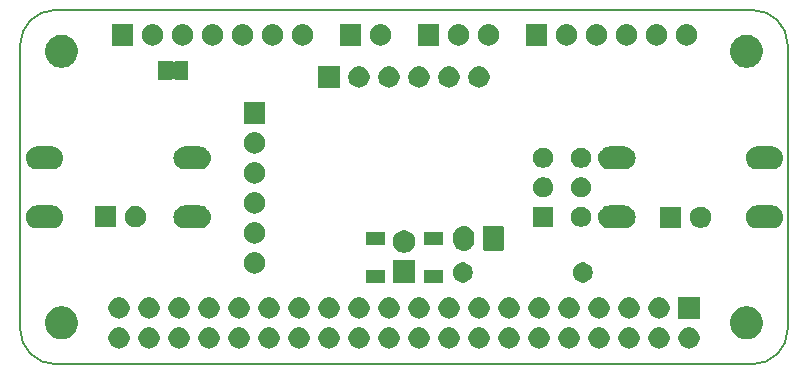
<source format=gbr>
%TF.GenerationSoftware,KiCad,Pcbnew,(5.1.5-0-10_14)*%
%TF.CreationDate,2020-02-24T01:19:29+01:00*%
%TF.ProjectId,raspberrypi_zerow_uhat,72617370-6265-4727-9279-70695f7a6572,1.0*%
%TF.SameCoordinates,Original*%
%TF.FileFunction,Soldermask,Top*%
%TF.FilePolarity,Negative*%
%FSLAX46Y46*%
G04 Gerber Fmt 4.6, Leading zero omitted, Abs format (unit mm)*
G04 Created by KiCad (PCBNEW (5.1.5-0-10_14)) date 2020-02-24 01:19:29*
%MOMM*%
%LPD*%
G04 APERTURE LIST*
%ADD10C,0.150000*%
G04 APERTURE END LIST*
D10*
X160092000Y-96468000D02*
X160092000Y-120468000D01*
X157092000Y-123468000D02*
X98092000Y-123468000D01*
X156592000Y-93468000D02*
X157092000Y-93468000D01*
X98592000Y-93468000D02*
X98092000Y-93468000D01*
X95092000Y-120468000D02*
X95092000Y-96468000D01*
X160092000Y-120468000D02*
G75*
G02X157092000Y-123468000I-3000000J0D01*
G01*
X157092000Y-93468000D02*
G75*
G02X160092000Y-96468000I0J-3000000D01*
G01*
X95092000Y-96468000D02*
G75*
G02X98092000Y-93468000I3000000J0D01*
G01*
X98092000Y-123468000D02*
G75*
G02X95092000Y-120468000I0J3000000D01*
G01*
X156592000Y-93468000D02*
X98592000Y-93468000D01*
G36*
X151835512Y-120341927D02*
G01*
X151984812Y-120371624D01*
X152148784Y-120439544D01*
X152296354Y-120538147D01*
X152421853Y-120663646D01*
X152520456Y-120811216D01*
X152588376Y-120975188D01*
X152623000Y-121149259D01*
X152623000Y-121326741D01*
X152588376Y-121500812D01*
X152520456Y-121664784D01*
X152421853Y-121812354D01*
X152296354Y-121937853D01*
X152148784Y-122036456D01*
X151984812Y-122104376D01*
X151835512Y-122134073D01*
X151810742Y-122139000D01*
X151633258Y-122139000D01*
X151608488Y-122134073D01*
X151459188Y-122104376D01*
X151295216Y-122036456D01*
X151147646Y-121937853D01*
X151022147Y-121812354D01*
X150923544Y-121664784D01*
X150855624Y-121500812D01*
X150821000Y-121326741D01*
X150821000Y-121149259D01*
X150855624Y-120975188D01*
X150923544Y-120811216D01*
X151022147Y-120663646D01*
X151147646Y-120538147D01*
X151295216Y-120439544D01*
X151459188Y-120371624D01*
X151608488Y-120341927D01*
X151633258Y-120337000D01*
X151810742Y-120337000D01*
X151835512Y-120341927D01*
G37*
G36*
X149295512Y-120341927D02*
G01*
X149444812Y-120371624D01*
X149608784Y-120439544D01*
X149756354Y-120538147D01*
X149881853Y-120663646D01*
X149980456Y-120811216D01*
X150048376Y-120975188D01*
X150083000Y-121149259D01*
X150083000Y-121326741D01*
X150048376Y-121500812D01*
X149980456Y-121664784D01*
X149881853Y-121812354D01*
X149756354Y-121937853D01*
X149608784Y-122036456D01*
X149444812Y-122104376D01*
X149295512Y-122134073D01*
X149270742Y-122139000D01*
X149093258Y-122139000D01*
X149068488Y-122134073D01*
X148919188Y-122104376D01*
X148755216Y-122036456D01*
X148607646Y-121937853D01*
X148482147Y-121812354D01*
X148383544Y-121664784D01*
X148315624Y-121500812D01*
X148281000Y-121326741D01*
X148281000Y-121149259D01*
X148315624Y-120975188D01*
X148383544Y-120811216D01*
X148482147Y-120663646D01*
X148607646Y-120538147D01*
X148755216Y-120439544D01*
X148919188Y-120371624D01*
X149068488Y-120341927D01*
X149093258Y-120337000D01*
X149270742Y-120337000D01*
X149295512Y-120341927D01*
G37*
G36*
X146755512Y-120341927D02*
G01*
X146904812Y-120371624D01*
X147068784Y-120439544D01*
X147216354Y-120538147D01*
X147341853Y-120663646D01*
X147440456Y-120811216D01*
X147508376Y-120975188D01*
X147543000Y-121149259D01*
X147543000Y-121326741D01*
X147508376Y-121500812D01*
X147440456Y-121664784D01*
X147341853Y-121812354D01*
X147216354Y-121937853D01*
X147068784Y-122036456D01*
X146904812Y-122104376D01*
X146755512Y-122134073D01*
X146730742Y-122139000D01*
X146553258Y-122139000D01*
X146528488Y-122134073D01*
X146379188Y-122104376D01*
X146215216Y-122036456D01*
X146067646Y-121937853D01*
X145942147Y-121812354D01*
X145843544Y-121664784D01*
X145775624Y-121500812D01*
X145741000Y-121326741D01*
X145741000Y-121149259D01*
X145775624Y-120975188D01*
X145843544Y-120811216D01*
X145942147Y-120663646D01*
X146067646Y-120538147D01*
X146215216Y-120439544D01*
X146379188Y-120371624D01*
X146528488Y-120341927D01*
X146553258Y-120337000D01*
X146730742Y-120337000D01*
X146755512Y-120341927D01*
G37*
G36*
X144215512Y-120341927D02*
G01*
X144364812Y-120371624D01*
X144528784Y-120439544D01*
X144676354Y-120538147D01*
X144801853Y-120663646D01*
X144900456Y-120811216D01*
X144968376Y-120975188D01*
X145003000Y-121149259D01*
X145003000Y-121326741D01*
X144968376Y-121500812D01*
X144900456Y-121664784D01*
X144801853Y-121812354D01*
X144676354Y-121937853D01*
X144528784Y-122036456D01*
X144364812Y-122104376D01*
X144215512Y-122134073D01*
X144190742Y-122139000D01*
X144013258Y-122139000D01*
X143988488Y-122134073D01*
X143839188Y-122104376D01*
X143675216Y-122036456D01*
X143527646Y-121937853D01*
X143402147Y-121812354D01*
X143303544Y-121664784D01*
X143235624Y-121500812D01*
X143201000Y-121326741D01*
X143201000Y-121149259D01*
X143235624Y-120975188D01*
X143303544Y-120811216D01*
X143402147Y-120663646D01*
X143527646Y-120538147D01*
X143675216Y-120439544D01*
X143839188Y-120371624D01*
X143988488Y-120341927D01*
X144013258Y-120337000D01*
X144190742Y-120337000D01*
X144215512Y-120341927D01*
G37*
G36*
X141675512Y-120341927D02*
G01*
X141824812Y-120371624D01*
X141988784Y-120439544D01*
X142136354Y-120538147D01*
X142261853Y-120663646D01*
X142360456Y-120811216D01*
X142428376Y-120975188D01*
X142463000Y-121149259D01*
X142463000Y-121326741D01*
X142428376Y-121500812D01*
X142360456Y-121664784D01*
X142261853Y-121812354D01*
X142136354Y-121937853D01*
X141988784Y-122036456D01*
X141824812Y-122104376D01*
X141675512Y-122134073D01*
X141650742Y-122139000D01*
X141473258Y-122139000D01*
X141448488Y-122134073D01*
X141299188Y-122104376D01*
X141135216Y-122036456D01*
X140987646Y-121937853D01*
X140862147Y-121812354D01*
X140763544Y-121664784D01*
X140695624Y-121500812D01*
X140661000Y-121326741D01*
X140661000Y-121149259D01*
X140695624Y-120975188D01*
X140763544Y-120811216D01*
X140862147Y-120663646D01*
X140987646Y-120538147D01*
X141135216Y-120439544D01*
X141299188Y-120371624D01*
X141448488Y-120341927D01*
X141473258Y-120337000D01*
X141650742Y-120337000D01*
X141675512Y-120341927D01*
G37*
G36*
X139135512Y-120341927D02*
G01*
X139284812Y-120371624D01*
X139448784Y-120439544D01*
X139596354Y-120538147D01*
X139721853Y-120663646D01*
X139820456Y-120811216D01*
X139888376Y-120975188D01*
X139923000Y-121149259D01*
X139923000Y-121326741D01*
X139888376Y-121500812D01*
X139820456Y-121664784D01*
X139721853Y-121812354D01*
X139596354Y-121937853D01*
X139448784Y-122036456D01*
X139284812Y-122104376D01*
X139135512Y-122134073D01*
X139110742Y-122139000D01*
X138933258Y-122139000D01*
X138908488Y-122134073D01*
X138759188Y-122104376D01*
X138595216Y-122036456D01*
X138447646Y-121937853D01*
X138322147Y-121812354D01*
X138223544Y-121664784D01*
X138155624Y-121500812D01*
X138121000Y-121326741D01*
X138121000Y-121149259D01*
X138155624Y-120975188D01*
X138223544Y-120811216D01*
X138322147Y-120663646D01*
X138447646Y-120538147D01*
X138595216Y-120439544D01*
X138759188Y-120371624D01*
X138908488Y-120341927D01*
X138933258Y-120337000D01*
X139110742Y-120337000D01*
X139135512Y-120341927D01*
G37*
G36*
X136595512Y-120341927D02*
G01*
X136744812Y-120371624D01*
X136908784Y-120439544D01*
X137056354Y-120538147D01*
X137181853Y-120663646D01*
X137280456Y-120811216D01*
X137348376Y-120975188D01*
X137383000Y-121149259D01*
X137383000Y-121326741D01*
X137348376Y-121500812D01*
X137280456Y-121664784D01*
X137181853Y-121812354D01*
X137056354Y-121937853D01*
X136908784Y-122036456D01*
X136744812Y-122104376D01*
X136595512Y-122134073D01*
X136570742Y-122139000D01*
X136393258Y-122139000D01*
X136368488Y-122134073D01*
X136219188Y-122104376D01*
X136055216Y-122036456D01*
X135907646Y-121937853D01*
X135782147Y-121812354D01*
X135683544Y-121664784D01*
X135615624Y-121500812D01*
X135581000Y-121326741D01*
X135581000Y-121149259D01*
X135615624Y-120975188D01*
X135683544Y-120811216D01*
X135782147Y-120663646D01*
X135907646Y-120538147D01*
X136055216Y-120439544D01*
X136219188Y-120371624D01*
X136368488Y-120341927D01*
X136393258Y-120337000D01*
X136570742Y-120337000D01*
X136595512Y-120341927D01*
G37*
G36*
X134055512Y-120341927D02*
G01*
X134204812Y-120371624D01*
X134368784Y-120439544D01*
X134516354Y-120538147D01*
X134641853Y-120663646D01*
X134740456Y-120811216D01*
X134808376Y-120975188D01*
X134843000Y-121149259D01*
X134843000Y-121326741D01*
X134808376Y-121500812D01*
X134740456Y-121664784D01*
X134641853Y-121812354D01*
X134516354Y-121937853D01*
X134368784Y-122036456D01*
X134204812Y-122104376D01*
X134055512Y-122134073D01*
X134030742Y-122139000D01*
X133853258Y-122139000D01*
X133828488Y-122134073D01*
X133679188Y-122104376D01*
X133515216Y-122036456D01*
X133367646Y-121937853D01*
X133242147Y-121812354D01*
X133143544Y-121664784D01*
X133075624Y-121500812D01*
X133041000Y-121326741D01*
X133041000Y-121149259D01*
X133075624Y-120975188D01*
X133143544Y-120811216D01*
X133242147Y-120663646D01*
X133367646Y-120538147D01*
X133515216Y-120439544D01*
X133679188Y-120371624D01*
X133828488Y-120341927D01*
X133853258Y-120337000D01*
X134030742Y-120337000D01*
X134055512Y-120341927D01*
G37*
G36*
X131515512Y-120341927D02*
G01*
X131664812Y-120371624D01*
X131828784Y-120439544D01*
X131976354Y-120538147D01*
X132101853Y-120663646D01*
X132200456Y-120811216D01*
X132268376Y-120975188D01*
X132303000Y-121149259D01*
X132303000Y-121326741D01*
X132268376Y-121500812D01*
X132200456Y-121664784D01*
X132101853Y-121812354D01*
X131976354Y-121937853D01*
X131828784Y-122036456D01*
X131664812Y-122104376D01*
X131515512Y-122134073D01*
X131490742Y-122139000D01*
X131313258Y-122139000D01*
X131288488Y-122134073D01*
X131139188Y-122104376D01*
X130975216Y-122036456D01*
X130827646Y-121937853D01*
X130702147Y-121812354D01*
X130603544Y-121664784D01*
X130535624Y-121500812D01*
X130501000Y-121326741D01*
X130501000Y-121149259D01*
X130535624Y-120975188D01*
X130603544Y-120811216D01*
X130702147Y-120663646D01*
X130827646Y-120538147D01*
X130975216Y-120439544D01*
X131139188Y-120371624D01*
X131288488Y-120341927D01*
X131313258Y-120337000D01*
X131490742Y-120337000D01*
X131515512Y-120341927D01*
G37*
G36*
X128975512Y-120341927D02*
G01*
X129124812Y-120371624D01*
X129288784Y-120439544D01*
X129436354Y-120538147D01*
X129561853Y-120663646D01*
X129660456Y-120811216D01*
X129728376Y-120975188D01*
X129763000Y-121149259D01*
X129763000Y-121326741D01*
X129728376Y-121500812D01*
X129660456Y-121664784D01*
X129561853Y-121812354D01*
X129436354Y-121937853D01*
X129288784Y-122036456D01*
X129124812Y-122104376D01*
X128975512Y-122134073D01*
X128950742Y-122139000D01*
X128773258Y-122139000D01*
X128748488Y-122134073D01*
X128599188Y-122104376D01*
X128435216Y-122036456D01*
X128287646Y-121937853D01*
X128162147Y-121812354D01*
X128063544Y-121664784D01*
X127995624Y-121500812D01*
X127961000Y-121326741D01*
X127961000Y-121149259D01*
X127995624Y-120975188D01*
X128063544Y-120811216D01*
X128162147Y-120663646D01*
X128287646Y-120538147D01*
X128435216Y-120439544D01*
X128599188Y-120371624D01*
X128748488Y-120341927D01*
X128773258Y-120337000D01*
X128950742Y-120337000D01*
X128975512Y-120341927D01*
G37*
G36*
X126435512Y-120341927D02*
G01*
X126584812Y-120371624D01*
X126748784Y-120439544D01*
X126896354Y-120538147D01*
X127021853Y-120663646D01*
X127120456Y-120811216D01*
X127188376Y-120975188D01*
X127223000Y-121149259D01*
X127223000Y-121326741D01*
X127188376Y-121500812D01*
X127120456Y-121664784D01*
X127021853Y-121812354D01*
X126896354Y-121937853D01*
X126748784Y-122036456D01*
X126584812Y-122104376D01*
X126435512Y-122134073D01*
X126410742Y-122139000D01*
X126233258Y-122139000D01*
X126208488Y-122134073D01*
X126059188Y-122104376D01*
X125895216Y-122036456D01*
X125747646Y-121937853D01*
X125622147Y-121812354D01*
X125523544Y-121664784D01*
X125455624Y-121500812D01*
X125421000Y-121326741D01*
X125421000Y-121149259D01*
X125455624Y-120975188D01*
X125523544Y-120811216D01*
X125622147Y-120663646D01*
X125747646Y-120538147D01*
X125895216Y-120439544D01*
X126059188Y-120371624D01*
X126208488Y-120341927D01*
X126233258Y-120337000D01*
X126410742Y-120337000D01*
X126435512Y-120341927D01*
G37*
G36*
X123895512Y-120341927D02*
G01*
X124044812Y-120371624D01*
X124208784Y-120439544D01*
X124356354Y-120538147D01*
X124481853Y-120663646D01*
X124580456Y-120811216D01*
X124648376Y-120975188D01*
X124683000Y-121149259D01*
X124683000Y-121326741D01*
X124648376Y-121500812D01*
X124580456Y-121664784D01*
X124481853Y-121812354D01*
X124356354Y-121937853D01*
X124208784Y-122036456D01*
X124044812Y-122104376D01*
X123895512Y-122134073D01*
X123870742Y-122139000D01*
X123693258Y-122139000D01*
X123668488Y-122134073D01*
X123519188Y-122104376D01*
X123355216Y-122036456D01*
X123207646Y-121937853D01*
X123082147Y-121812354D01*
X122983544Y-121664784D01*
X122915624Y-121500812D01*
X122881000Y-121326741D01*
X122881000Y-121149259D01*
X122915624Y-120975188D01*
X122983544Y-120811216D01*
X123082147Y-120663646D01*
X123207646Y-120538147D01*
X123355216Y-120439544D01*
X123519188Y-120371624D01*
X123668488Y-120341927D01*
X123693258Y-120337000D01*
X123870742Y-120337000D01*
X123895512Y-120341927D01*
G37*
G36*
X121355512Y-120341927D02*
G01*
X121504812Y-120371624D01*
X121668784Y-120439544D01*
X121816354Y-120538147D01*
X121941853Y-120663646D01*
X122040456Y-120811216D01*
X122108376Y-120975188D01*
X122143000Y-121149259D01*
X122143000Y-121326741D01*
X122108376Y-121500812D01*
X122040456Y-121664784D01*
X121941853Y-121812354D01*
X121816354Y-121937853D01*
X121668784Y-122036456D01*
X121504812Y-122104376D01*
X121355512Y-122134073D01*
X121330742Y-122139000D01*
X121153258Y-122139000D01*
X121128488Y-122134073D01*
X120979188Y-122104376D01*
X120815216Y-122036456D01*
X120667646Y-121937853D01*
X120542147Y-121812354D01*
X120443544Y-121664784D01*
X120375624Y-121500812D01*
X120341000Y-121326741D01*
X120341000Y-121149259D01*
X120375624Y-120975188D01*
X120443544Y-120811216D01*
X120542147Y-120663646D01*
X120667646Y-120538147D01*
X120815216Y-120439544D01*
X120979188Y-120371624D01*
X121128488Y-120341927D01*
X121153258Y-120337000D01*
X121330742Y-120337000D01*
X121355512Y-120341927D01*
G37*
G36*
X118815512Y-120341927D02*
G01*
X118964812Y-120371624D01*
X119128784Y-120439544D01*
X119276354Y-120538147D01*
X119401853Y-120663646D01*
X119500456Y-120811216D01*
X119568376Y-120975188D01*
X119603000Y-121149259D01*
X119603000Y-121326741D01*
X119568376Y-121500812D01*
X119500456Y-121664784D01*
X119401853Y-121812354D01*
X119276354Y-121937853D01*
X119128784Y-122036456D01*
X118964812Y-122104376D01*
X118815512Y-122134073D01*
X118790742Y-122139000D01*
X118613258Y-122139000D01*
X118588488Y-122134073D01*
X118439188Y-122104376D01*
X118275216Y-122036456D01*
X118127646Y-121937853D01*
X118002147Y-121812354D01*
X117903544Y-121664784D01*
X117835624Y-121500812D01*
X117801000Y-121326741D01*
X117801000Y-121149259D01*
X117835624Y-120975188D01*
X117903544Y-120811216D01*
X118002147Y-120663646D01*
X118127646Y-120538147D01*
X118275216Y-120439544D01*
X118439188Y-120371624D01*
X118588488Y-120341927D01*
X118613258Y-120337000D01*
X118790742Y-120337000D01*
X118815512Y-120341927D01*
G37*
G36*
X116275512Y-120341927D02*
G01*
X116424812Y-120371624D01*
X116588784Y-120439544D01*
X116736354Y-120538147D01*
X116861853Y-120663646D01*
X116960456Y-120811216D01*
X117028376Y-120975188D01*
X117063000Y-121149259D01*
X117063000Y-121326741D01*
X117028376Y-121500812D01*
X116960456Y-121664784D01*
X116861853Y-121812354D01*
X116736354Y-121937853D01*
X116588784Y-122036456D01*
X116424812Y-122104376D01*
X116275512Y-122134073D01*
X116250742Y-122139000D01*
X116073258Y-122139000D01*
X116048488Y-122134073D01*
X115899188Y-122104376D01*
X115735216Y-122036456D01*
X115587646Y-121937853D01*
X115462147Y-121812354D01*
X115363544Y-121664784D01*
X115295624Y-121500812D01*
X115261000Y-121326741D01*
X115261000Y-121149259D01*
X115295624Y-120975188D01*
X115363544Y-120811216D01*
X115462147Y-120663646D01*
X115587646Y-120538147D01*
X115735216Y-120439544D01*
X115899188Y-120371624D01*
X116048488Y-120341927D01*
X116073258Y-120337000D01*
X116250742Y-120337000D01*
X116275512Y-120341927D01*
G37*
G36*
X113735512Y-120341927D02*
G01*
X113884812Y-120371624D01*
X114048784Y-120439544D01*
X114196354Y-120538147D01*
X114321853Y-120663646D01*
X114420456Y-120811216D01*
X114488376Y-120975188D01*
X114523000Y-121149259D01*
X114523000Y-121326741D01*
X114488376Y-121500812D01*
X114420456Y-121664784D01*
X114321853Y-121812354D01*
X114196354Y-121937853D01*
X114048784Y-122036456D01*
X113884812Y-122104376D01*
X113735512Y-122134073D01*
X113710742Y-122139000D01*
X113533258Y-122139000D01*
X113508488Y-122134073D01*
X113359188Y-122104376D01*
X113195216Y-122036456D01*
X113047646Y-121937853D01*
X112922147Y-121812354D01*
X112823544Y-121664784D01*
X112755624Y-121500812D01*
X112721000Y-121326741D01*
X112721000Y-121149259D01*
X112755624Y-120975188D01*
X112823544Y-120811216D01*
X112922147Y-120663646D01*
X113047646Y-120538147D01*
X113195216Y-120439544D01*
X113359188Y-120371624D01*
X113508488Y-120341927D01*
X113533258Y-120337000D01*
X113710742Y-120337000D01*
X113735512Y-120341927D01*
G37*
G36*
X111195512Y-120341927D02*
G01*
X111344812Y-120371624D01*
X111508784Y-120439544D01*
X111656354Y-120538147D01*
X111781853Y-120663646D01*
X111880456Y-120811216D01*
X111948376Y-120975188D01*
X111983000Y-121149259D01*
X111983000Y-121326741D01*
X111948376Y-121500812D01*
X111880456Y-121664784D01*
X111781853Y-121812354D01*
X111656354Y-121937853D01*
X111508784Y-122036456D01*
X111344812Y-122104376D01*
X111195512Y-122134073D01*
X111170742Y-122139000D01*
X110993258Y-122139000D01*
X110968488Y-122134073D01*
X110819188Y-122104376D01*
X110655216Y-122036456D01*
X110507646Y-121937853D01*
X110382147Y-121812354D01*
X110283544Y-121664784D01*
X110215624Y-121500812D01*
X110181000Y-121326741D01*
X110181000Y-121149259D01*
X110215624Y-120975188D01*
X110283544Y-120811216D01*
X110382147Y-120663646D01*
X110507646Y-120538147D01*
X110655216Y-120439544D01*
X110819188Y-120371624D01*
X110968488Y-120341927D01*
X110993258Y-120337000D01*
X111170742Y-120337000D01*
X111195512Y-120341927D01*
G37*
G36*
X108655512Y-120341927D02*
G01*
X108804812Y-120371624D01*
X108968784Y-120439544D01*
X109116354Y-120538147D01*
X109241853Y-120663646D01*
X109340456Y-120811216D01*
X109408376Y-120975188D01*
X109443000Y-121149259D01*
X109443000Y-121326741D01*
X109408376Y-121500812D01*
X109340456Y-121664784D01*
X109241853Y-121812354D01*
X109116354Y-121937853D01*
X108968784Y-122036456D01*
X108804812Y-122104376D01*
X108655512Y-122134073D01*
X108630742Y-122139000D01*
X108453258Y-122139000D01*
X108428488Y-122134073D01*
X108279188Y-122104376D01*
X108115216Y-122036456D01*
X107967646Y-121937853D01*
X107842147Y-121812354D01*
X107743544Y-121664784D01*
X107675624Y-121500812D01*
X107641000Y-121326741D01*
X107641000Y-121149259D01*
X107675624Y-120975188D01*
X107743544Y-120811216D01*
X107842147Y-120663646D01*
X107967646Y-120538147D01*
X108115216Y-120439544D01*
X108279188Y-120371624D01*
X108428488Y-120341927D01*
X108453258Y-120337000D01*
X108630742Y-120337000D01*
X108655512Y-120341927D01*
G37*
G36*
X106115512Y-120341927D02*
G01*
X106264812Y-120371624D01*
X106428784Y-120439544D01*
X106576354Y-120538147D01*
X106701853Y-120663646D01*
X106800456Y-120811216D01*
X106868376Y-120975188D01*
X106903000Y-121149259D01*
X106903000Y-121326741D01*
X106868376Y-121500812D01*
X106800456Y-121664784D01*
X106701853Y-121812354D01*
X106576354Y-121937853D01*
X106428784Y-122036456D01*
X106264812Y-122104376D01*
X106115512Y-122134073D01*
X106090742Y-122139000D01*
X105913258Y-122139000D01*
X105888488Y-122134073D01*
X105739188Y-122104376D01*
X105575216Y-122036456D01*
X105427646Y-121937853D01*
X105302147Y-121812354D01*
X105203544Y-121664784D01*
X105135624Y-121500812D01*
X105101000Y-121326741D01*
X105101000Y-121149259D01*
X105135624Y-120975188D01*
X105203544Y-120811216D01*
X105302147Y-120663646D01*
X105427646Y-120538147D01*
X105575216Y-120439544D01*
X105739188Y-120371624D01*
X105888488Y-120341927D01*
X105913258Y-120337000D01*
X106090742Y-120337000D01*
X106115512Y-120341927D01*
G37*
G36*
X103575512Y-120341927D02*
G01*
X103724812Y-120371624D01*
X103888784Y-120439544D01*
X104036354Y-120538147D01*
X104161853Y-120663646D01*
X104260456Y-120811216D01*
X104328376Y-120975188D01*
X104363000Y-121149259D01*
X104363000Y-121326741D01*
X104328376Y-121500812D01*
X104260456Y-121664784D01*
X104161853Y-121812354D01*
X104036354Y-121937853D01*
X103888784Y-122036456D01*
X103724812Y-122104376D01*
X103575512Y-122134073D01*
X103550742Y-122139000D01*
X103373258Y-122139000D01*
X103348488Y-122134073D01*
X103199188Y-122104376D01*
X103035216Y-122036456D01*
X102887646Y-121937853D01*
X102762147Y-121812354D01*
X102663544Y-121664784D01*
X102595624Y-121500812D01*
X102561000Y-121326741D01*
X102561000Y-121149259D01*
X102595624Y-120975188D01*
X102663544Y-120811216D01*
X102762147Y-120663646D01*
X102887646Y-120538147D01*
X103035216Y-120439544D01*
X103199188Y-120371624D01*
X103348488Y-120341927D01*
X103373258Y-120337000D01*
X103550742Y-120337000D01*
X103575512Y-120341927D01*
G37*
G36*
X98910433Y-118602893D02*
G01*
X99000657Y-118620839D01*
X99106267Y-118664585D01*
X99255621Y-118726449D01*
X99255622Y-118726450D01*
X99485086Y-118879772D01*
X99680228Y-119074914D01*
X99782675Y-119228237D01*
X99833551Y-119304379D01*
X99939161Y-119559344D01*
X99993000Y-119830012D01*
X99993000Y-120105988D01*
X99939161Y-120376656D01*
X99833551Y-120631621D01*
X99812152Y-120663647D01*
X99680228Y-120861086D01*
X99485086Y-121056228D01*
X99345856Y-121149258D01*
X99255621Y-121209551D01*
X99106267Y-121271415D01*
X99000657Y-121315161D01*
X98910433Y-121333107D01*
X98729988Y-121369000D01*
X98454012Y-121369000D01*
X98273567Y-121333107D01*
X98183343Y-121315161D01*
X98077733Y-121271415D01*
X97928379Y-121209551D01*
X97838144Y-121149258D01*
X97698914Y-121056228D01*
X97503772Y-120861086D01*
X97371848Y-120663647D01*
X97350449Y-120631621D01*
X97244839Y-120376656D01*
X97191000Y-120105988D01*
X97191000Y-119830012D01*
X97244839Y-119559344D01*
X97350449Y-119304379D01*
X97401325Y-119228237D01*
X97503772Y-119074914D01*
X97698914Y-118879772D01*
X97928378Y-118726450D01*
X97928379Y-118726449D01*
X98077733Y-118664585D01*
X98183343Y-118620839D01*
X98273567Y-118602893D01*
X98454012Y-118567000D01*
X98729988Y-118567000D01*
X98910433Y-118602893D01*
G37*
G36*
X156910433Y-118602893D02*
G01*
X157000657Y-118620839D01*
X157106267Y-118664585D01*
X157255621Y-118726449D01*
X157255622Y-118726450D01*
X157485086Y-118879772D01*
X157680228Y-119074914D01*
X157782675Y-119228237D01*
X157833551Y-119304379D01*
X157939161Y-119559344D01*
X157993000Y-119830012D01*
X157993000Y-120105988D01*
X157939161Y-120376656D01*
X157833551Y-120631621D01*
X157812152Y-120663647D01*
X157680228Y-120861086D01*
X157485086Y-121056228D01*
X157345856Y-121149258D01*
X157255621Y-121209551D01*
X157106267Y-121271415D01*
X157000657Y-121315161D01*
X156910433Y-121333107D01*
X156729988Y-121369000D01*
X156454012Y-121369000D01*
X156273567Y-121333107D01*
X156183343Y-121315161D01*
X156077733Y-121271415D01*
X155928379Y-121209551D01*
X155838144Y-121149258D01*
X155698914Y-121056228D01*
X155503772Y-120861086D01*
X155371848Y-120663647D01*
X155350449Y-120631621D01*
X155244839Y-120376656D01*
X155191000Y-120105988D01*
X155191000Y-119830012D01*
X155244839Y-119559344D01*
X155350449Y-119304379D01*
X155401325Y-119228237D01*
X155503772Y-119074914D01*
X155698914Y-118879772D01*
X155928378Y-118726450D01*
X155928379Y-118726449D01*
X156077733Y-118664585D01*
X156183343Y-118620839D01*
X156273567Y-118602893D01*
X156454012Y-118567000D01*
X156729988Y-118567000D01*
X156910433Y-118602893D01*
G37*
G36*
X126435512Y-117801927D02*
G01*
X126584812Y-117831624D01*
X126748784Y-117899544D01*
X126896354Y-117998147D01*
X127021853Y-118123646D01*
X127120456Y-118271216D01*
X127188376Y-118435188D01*
X127223000Y-118609259D01*
X127223000Y-118786741D01*
X127188376Y-118960812D01*
X127120456Y-119124784D01*
X127021853Y-119272354D01*
X126896354Y-119397853D01*
X126748784Y-119496456D01*
X126584812Y-119564376D01*
X126435512Y-119594073D01*
X126410742Y-119599000D01*
X126233258Y-119599000D01*
X126208488Y-119594073D01*
X126059188Y-119564376D01*
X125895216Y-119496456D01*
X125747646Y-119397853D01*
X125622147Y-119272354D01*
X125523544Y-119124784D01*
X125455624Y-118960812D01*
X125421000Y-118786741D01*
X125421000Y-118609259D01*
X125455624Y-118435188D01*
X125523544Y-118271216D01*
X125622147Y-118123646D01*
X125747646Y-117998147D01*
X125895216Y-117899544D01*
X126059188Y-117831624D01*
X126208488Y-117801927D01*
X126233258Y-117797000D01*
X126410742Y-117797000D01*
X126435512Y-117801927D01*
G37*
G36*
X146755512Y-117801927D02*
G01*
X146904812Y-117831624D01*
X147068784Y-117899544D01*
X147216354Y-117998147D01*
X147341853Y-118123646D01*
X147440456Y-118271216D01*
X147508376Y-118435188D01*
X147543000Y-118609259D01*
X147543000Y-118786741D01*
X147508376Y-118960812D01*
X147440456Y-119124784D01*
X147341853Y-119272354D01*
X147216354Y-119397853D01*
X147068784Y-119496456D01*
X146904812Y-119564376D01*
X146755512Y-119594073D01*
X146730742Y-119599000D01*
X146553258Y-119599000D01*
X146528488Y-119594073D01*
X146379188Y-119564376D01*
X146215216Y-119496456D01*
X146067646Y-119397853D01*
X145942147Y-119272354D01*
X145843544Y-119124784D01*
X145775624Y-118960812D01*
X145741000Y-118786741D01*
X145741000Y-118609259D01*
X145775624Y-118435188D01*
X145843544Y-118271216D01*
X145942147Y-118123646D01*
X146067646Y-117998147D01*
X146215216Y-117899544D01*
X146379188Y-117831624D01*
X146528488Y-117801927D01*
X146553258Y-117797000D01*
X146730742Y-117797000D01*
X146755512Y-117801927D01*
G37*
G36*
X134055512Y-117801927D02*
G01*
X134204812Y-117831624D01*
X134368784Y-117899544D01*
X134516354Y-117998147D01*
X134641853Y-118123646D01*
X134740456Y-118271216D01*
X134808376Y-118435188D01*
X134843000Y-118609259D01*
X134843000Y-118786741D01*
X134808376Y-118960812D01*
X134740456Y-119124784D01*
X134641853Y-119272354D01*
X134516354Y-119397853D01*
X134368784Y-119496456D01*
X134204812Y-119564376D01*
X134055512Y-119594073D01*
X134030742Y-119599000D01*
X133853258Y-119599000D01*
X133828488Y-119594073D01*
X133679188Y-119564376D01*
X133515216Y-119496456D01*
X133367646Y-119397853D01*
X133242147Y-119272354D01*
X133143544Y-119124784D01*
X133075624Y-118960812D01*
X133041000Y-118786741D01*
X133041000Y-118609259D01*
X133075624Y-118435188D01*
X133143544Y-118271216D01*
X133242147Y-118123646D01*
X133367646Y-117998147D01*
X133515216Y-117899544D01*
X133679188Y-117831624D01*
X133828488Y-117801927D01*
X133853258Y-117797000D01*
X134030742Y-117797000D01*
X134055512Y-117801927D01*
G37*
G36*
X144215512Y-117801927D02*
G01*
X144364812Y-117831624D01*
X144528784Y-117899544D01*
X144676354Y-117998147D01*
X144801853Y-118123646D01*
X144900456Y-118271216D01*
X144968376Y-118435188D01*
X145003000Y-118609259D01*
X145003000Y-118786741D01*
X144968376Y-118960812D01*
X144900456Y-119124784D01*
X144801853Y-119272354D01*
X144676354Y-119397853D01*
X144528784Y-119496456D01*
X144364812Y-119564376D01*
X144215512Y-119594073D01*
X144190742Y-119599000D01*
X144013258Y-119599000D01*
X143988488Y-119594073D01*
X143839188Y-119564376D01*
X143675216Y-119496456D01*
X143527646Y-119397853D01*
X143402147Y-119272354D01*
X143303544Y-119124784D01*
X143235624Y-118960812D01*
X143201000Y-118786741D01*
X143201000Y-118609259D01*
X143235624Y-118435188D01*
X143303544Y-118271216D01*
X143402147Y-118123646D01*
X143527646Y-117998147D01*
X143675216Y-117899544D01*
X143839188Y-117831624D01*
X143988488Y-117801927D01*
X144013258Y-117797000D01*
X144190742Y-117797000D01*
X144215512Y-117801927D01*
G37*
G36*
X136595512Y-117801927D02*
G01*
X136744812Y-117831624D01*
X136908784Y-117899544D01*
X137056354Y-117998147D01*
X137181853Y-118123646D01*
X137280456Y-118271216D01*
X137348376Y-118435188D01*
X137383000Y-118609259D01*
X137383000Y-118786741D01*
X137348376Y-118960812D01*
X137280456Y-119124784D01*
X137181853Y-119272354D01*
X137056354Y-119397853D01*
X136908784Y-119496456D01*
X136744812Y-119564376D01*
X136595512Y-119594073D01*
X136570742Y-119599000D01*
X136393258Y-119599000D01*
X136368488Y-119594073D01*
X136219188Y-119564376D01*
X136055216Y-119496456D01*
X135907646Y-119397853D01*
X135782147Y-119272354D01*
X135683544Y-119124784D01*
X135615624Y-118960812D01*
X135581000Y-118786741D01*
X135581000Y-118609259D01*
X135615624Y-118435188D01*
X135683544Y-118271216D01*
X135782147Y-118123646D01*
X135907646Y-117998147D01*
X136055216Y-117899544D01*
X136219188Y-117831624D01*
X136368488Y-117801927D01*
X136393258Y-117797000D01*
X136570742Y-117797000D01*
X136595512Y-117801927D01*
G37*
G36*
X141675512Y-117801927D02*
G01*
X141824812Y-117831624D01*
X141988784Y-117899544D01*
X142136354Y-117998147D01*
X142261853Y-118123646D01*
X142360456Y-118271216D01*
X142428376Y-118435188D01*
X142463000Y-118609259D01*
X142463000Y-118786741D01*
X142428376Y-118960812D01*
X142360456Y-119124784D01*
X142261853Y-119272354D01*
X142136354Y-119397853D01*
X141988784Y-119496456D01*
X141824812Y-119564376D01*
X141675512Y-119594073D01*
X141650742Y-119599000D01*
X141473258Y-119599000D01*
X141448488Y-119594073D01*
X141299188Y-119564376D01*
X141135216Y-119496456D01*
X140987646Y-119397853D01*
X140862147Y-119272354D01*
X140763544Y-119124784D01*
X140695624Y-118960812D01*
X140661000Y-118786741D01*
X140661000Y-118609259D01*
X140695624Y-118435188D01*
X140763544Y-118271216D01*
X140862147Y-118123646D01*
X140987646Y-117998147D01*
X141135216Y-117899544D01*
X141299188Y-117831624D01*
X141448488Y-117801927D01*
X141473258Y-117797000D01*
X141650742Y-117797000D01*
X141675512Y-117801927D01*
G37*
G36*
X139135512Y-117801927D02*
G01*
X139284812Y-117831624D01*
X139448784Y-117899544D01*
X139596354Y-117998147D01*
X139721853Y-118123646D01*
X139820456Y-118271216D01*
X139888376Y-118435188D01*
X139923000Y-118609259D01*
X139923000Y-118786741D01*
X139888376Y-118960812D01*
X139820456Y-119124784D01*
X139721853Y-119272354D01*
X139596354Y-119397853D01*
X139448784Y-119496456D01*
X139284812Y-119564376D01*
X139135512Y-119594073D01*
X139110742Y-119599000D01*
X138933258Y-119599000D01*
X138908488Y-119594073D01*
X138759188Y-119564376D01*
X138595216Y-119496456D01*
X138447646Y-119397853D01*
X138322147Y-119272354D01*
X138223544Y-119124784D01*
X138155624Y-118960812D01*
X138121000Y-118786741D01*
X138121000Y-118609259D01*
X138155624Y-118435188D01*
X138223544Y-118271216D01*
X138322147Y-118123646D01*
X138447646Y-117998147D01*
X138595216Y-117899544D01*
X138759188Y-117831624D01*
X138908488Y-117801927D01*
X138933258Y-117797000D01*
X139110742Y-117797000D01*
X139135512Y-117801927D01*
G37*
G36*
X131515512Y-117801927D02*
G01*
X131664812Y-117831624D01*
X131828784Y-117899544D01*
X131976354Y-117998147D01*
X132101853Y-118123646D01*
X132200456Y-118271216D01*
X132268376Y-118435188D01*
X132303000Y-118609259D01*
X132303000Y-118786741D01*
X132268376Y-118960812D01*
X132200456Y-119124784D01*
X132101853Y-119272354D01*
X131976354Y-119397853D01*
X131828784Y-119496456D01*
X131664812Y-119564376D01*
X131515512Y-119594073D01*
X131490742Y-119599000D01*
X131313258Y-119599000D01*
X131288488Y-119594073D01*
X131139188Y-119564376D01*
X130975216Y-119496456D01*
X130827646Y-119397853D01*
X130702147Y-119272354D01*
X130603544Y-119124784D01*
X130535624Y-118960812D01*
X130501000Y-118786741D01*
X130501000Y-118609259D01*
X130535624Y-118435188D01*
X130603544Y-118271216D01*
X130702147Y-118123646D01*
X130827646Y-117998147D01*
X130975216Y-117899544D01*
X131139188Y-117831624D01*
X131288488Y-117801927D01*
X131313258Y-117797000D01*
X131490742Y-117797000D01*
X131515512Y-117801927D01*
G37*
G36*
X149295512Y-117801927D02*
G01*
X149444812Y-117831624D01*
X149608784Y-117899544D01*
X149756354Y-117998147D01*
X149881853Y-118123646D01*
X149980456Y-118271216D01*
X150048376Y-118435188D01*
X150083000Y-118609259D01*
X150083000Y-118786741D01*
X150048376Y-118960812D01*
X149980456Y-119124784D01*
X149881853Y-119272354D01*
X149756354Y-119397853D01*
X149608784Y-119496456D01*
X149444812Y-119564376D01*
X149295512Y-119594073D01*
X149270742Y-119599000D01*
X149093258Y-119599000D01*
X149068488Y-119594073D01*
X148919188Y-119564376D01*
X148755216Y-119496456D01*
X148607646Y-119397853D01*
X148482147Y-119272354D01*
X148383544Y-119124784D01*
X148315624Y-118960812D01*
X148281000Y-118786741D01*
X148281000Y-118609259D01*
X148315624Y-118435188D01*
X148383544Y-118271216D01*
X148482147Y-118123646D01*
X148607646Y-117998147D01*
X148755216Y-117899544D01*
X148919188Y-117831624D01*
X149068488Y-117801927D01*
X149093258Y-117797000D01*
X149270742Y-117797000D01*
X149295512Y-117801927D01*
G37*
G36*
X128975512Y-117801927D02*
G01*
X129124812Y-117831624D01*
X129288784Y-117899544D01*
X129436354Y-117998147D01*
X129561853Y-118123646D01*
X129660456Y-118271216D01*
X129728376Y-118435188D01*
X129763000Y-118609259D01*
X129763000Y-118786741D01*
X129728376Y-118960812D01*
X129660456Y-119124784D01*
X129561853Y-119272354D01*
X129436354Y-119397853D01*
X129288784Y-119496456D01*
X129124812Y-119564376D01*
X128975512Y-119594073D01*
X128950742Y-119599000D01*
X128773258Y-119599000D01*
X128748488Y-119594073D01*
X128599188Y-119564376D01*
X128435216Y-119496456D01*
X128287646Y-119397853D01*
X128162147Y-119272354D01*
X128063544Y-119124784D01*
X127995624Y-118960812D01*
X127961000Y-118786741D01*
X127961000Y-118609259D01*
X127995624Y-118435188D01*
X128063544Y-118271216D01*
X128162147Y-118123646D01*
X128287646Y-117998147D01*
X128435216Y-117899544D01*
X128599188Y-117831624D01*
X128748488Y-117801927D01*
X128773258Y-117797000D01*
X128950742Y-117797000D01*
X128975512Y-117801927D01*
G37*
G36*
X152623000Y-119599000D02*
G01*
X150821000Y-119599000D01*
X150821000Y-117797000D01*
X152623000Y-117797000D01*
X152623000Y-119599000D01*
G37*
G36*
X123895512Y-117801927D02*
G01*
X124044812Y-117831624D01*
X124208784Y-117899544D01*
X124356354Y-117998147D01*
X124481853Y-118123646D01*
X124580456Y-118271216D01*
X124648376Y-118435188D01*
X124683000Y-118609259D01*
X124683000Y-118786741D01*
X124648376Y-118960812D01*
X124580456Y-119124784D01*
X124481853Y-119272354D01*
X124356354Y-119397853D01*
X124208784Y-119496456D01*
X124044812Y-119564376D01*
X123895512Y-119594073D01*
X123870742Y-119599000D01*
X123693258Y-119599000D01*
X123668488Y-119594073D01*
X123519188Y-119564376D01*
X123355216Y-119496456D01*
X123207646Y-119397853D01*
X123082147Y-119272354D01*
X122983544Y-119124784D01*
X122915624Y-118960812D01*
X122881000Y-118786741D01*
X122881000Y-118609259D01*
X122915624Y-118435188D01*
X122983544Y-118271216D01*
X123082147Y-118123646D01*
X123207646Y-117998147D01*
X123355216Y-117899544D01*
X123519188Y-117831624D01*
X123668488Y-117801927D01*
X123693258Y-117797000D01*
X123870742Y-117797000D01*
X123895512Y-117801927D01*
G37*
G36*
X121355512Y-117801927D02*
G01*
X121504812Y-117831624D01*
X121668784Y-117899544D01*
X121816354Y-117998147D01*
X121941853Y-118123646D01*
X122040456Y-118271216D01*
X122108376Y-118435188D01*
X122143000Y-118609259D01*
X122143000Y-118786741D01*
X122108376Y-118960812D01*
X122040456Y-119124784D01*
X121941853Y-119272354D01*
X121816354Y-119397853D01*
X121668784Y-119496456D01*
X121504812Y-119564376D01*
X121355512Y-119594073D01*
X121330742Y-119599000D01*
X121153258Y-119599000D01*
X121128488Y-119594073D01*
X120979188Y-119564376D01*
X120815216Y-119496456D01*
X120667646Y-119397853D01*
X120542147Y-119272354D01*
X120443544Y-119124784D01*
X120375624Y-118960812D01*
X120341000Y-118786741D01*
X120341000Y-118609259D01*
X120375624Y-118435188D01*
X120443544Y-118271216D01*
X120542147Y-118123646D01*
X120667646Y-117998147D01*
X120815216Y-117899544D01*
X120979188Y-117831624D01*
X121128488Y-117801927D01*
X121153258Y-117797000D01*
X121330742Y-117797000D01*
X121355512Y-117801927D01*
G37*
G36*
X118815512Y-117801927D02*
G01*
X118964812Y-117831624D01*
X119128784Y-117899544D01*
X119276354Y-117998147D01*
X119401853Y-118123646D01*
X119500456Y-118271216D01*
X119568376Y-118435188D01*
X119603000Y-118609259D01*
X119603000Y-118786741D01*
X119568376Y-118960812D01*
X119500456Y-119124784D01*
X119401853Y-119272354D01*
X119276354Y-119397853D01*
X119128784Y-119496456D01*
X118964812Y-119564376D01*
X118815512Y-119594073D01*
X118790742Y-119599000D01*
X118613258Y-119599000D01*
X118588488Y-119594073D01*
X118439188Y-119564376D01*
X118275216Y-119496456D01*
X118127646Y-119397853D01*
X118002147Y-119272354D01*
X117903544Y-119124784D01*
X117835624Y-118960812D01*
X117801000Y-118786741D01*
X117801000Y-118609259D01*
X117835624Y-118435188D01*
X117903544Y-118271216D01*
X118002147Y-118123646D01*
X118127646Y-117998147D01*
X118275216Y-117899544D01*
X118439188Y-117831624D01*
X118588488Y-117801927D01*
X118613258Y-117797000D01*
X118790742Y-117797000D01*
X118815512Y-117801927D01*
G37*
G36*
X116275512Y-117801927D02*
G01*
X116424812Y-117831624D01*
X116588784Y-117899544D01*
X116736354Y-117998147D01*
X116861853Y-118123646D01*
X116960456Y-118271216D01*
X117028376Y-118435188D01*
X117063000Y-118609259D01*
X117063000Y-118786741D01*
X117028376Y-118960812D01*
X116960456Y-119124784D01*
X116861853Y-119272354D01*
X116736354Y-119397853D01*
X116588784Y-119496456D01*
X116424812Y-119564376D01*
X116275512Y-119594073D01*
X116250742Y-119599000D01*
X116073258Y-119599000D01*
X116048488Y-119594073D01*
X115899188Y-119564376D01*
X115735216Y-119496456D01*
X115587646Y-119397853D01*
X115462147Y-119272354D01*
X115363544Y-119124784D01*
X115295624Y-118960812D01*
X115261000Y-118786741D01*
X115261000Y-118609259D01*
X115295624Y-118435188D01*
X115363544Y-118271216D01*
X115462147Y-118123646D01*
X115587646Y-117998147D01*
X115735216Y-117899544D01*
X115899188Y-117831624D01*
X116048488Y-117801927D01*
X116073258Y-117797000D01*
X116250742Y-117797000D01*
X116275512Y-117801927D01*
G37*
G36*
X113735512Y-117801927D02*
G01*
X113884812Y-117831624D01*
X114048784Y-117899544D01*
X114196354Y-117998147D01*
X114321853Y-118123646D01*
X114420456Y-118271216D01*
X114488376Y-118435188D01*
X114523000Y-118609259D01*
X114523000Y-118786741D01*
X114488376Y-118960812D01*
X114420456Y-119124784D01*
X114321853Y-119272354D01*
X114196354Y-119397853D01*
X114048784Y-119496456D01*
X113884812Y-119564376D01*
X113735512Y-119594073D01*
X113710742Y-119599000D01*
X113533258Y-119599000D01*
X113508488Y-119594073D01*
X113359188Y-119564376D01*
X113195216Y-119496456D01*
X113047646Y-119397853D01*
X112922147Y-119272354D01*
X112823544Y-119124784D01*
X112755624Y-118960812D01*
X112721000Y-118786741D01*
X112721000Y-118609259D01*
X112755624Y-118435188D01*
X112823544Y-118271216D01*
X112922147Y-118123646D01*
X113047646Y-117998147D01*
X113195216Y-117899544D01*
X113359188Y-117831624D01*
X113508488Y-117801927D01*
X113533258Y-117797000D01*
X113710742Y-117797000D01*
X113735512Y-117801927D01*
G37*
G36*
X111195512Y-117801927D02*
G01*
X111344812Y-117831624D01*
X111508784Y-117899544D01*
X111656354Y-117998147D01*
X111781853Y-118123646D01*
X111880456Y-118271216D01*
X111948376Y-118435188D01*
X111983000Y-118609259D01*
X111983000Y-118786741D01*
X111948376Y-118960812D01*
X111880456Y-119124784D01*
X111781853Y-119272354D01*
X111656354Y-119397853D01*
X111508784Y-119496456D01*
X111344812Y-119564376D01*
X111195512Y-119594073D01*
X111170742Y-119599000D01*
X110993258Y-119599000D01*
X110968488Y-119594073D01*
X110819188Y-119564376D01*
X110655216Y-119496456D01*
X110507646Y-119397853D01*
X110382147Y-119272354D01*
X110283544Y-119124784D01*
X110215624Y-118960812D01*
X110181000Y-118786741D01*
X110181000Y-118609259D01*
X110215624Y-118435188D01*
X110283544Y-118271216D01*
X110382147Y-118123646D01*
X110507646Y-117998147D01*
X110655216Y-117899544D01*
X110819188Y-117831624D01*
X110968488Y-117801927D01*
X110993258Y-117797000D01*
X111170742Y-117797000D01*
X111195512Y-117801927D01*
G37*
G36*
X108655512Y-117801927D02*
G01*
X108804812Y-117831624D01*
X108968784Y-117899544D01*
X109116354Y-117998147D01*
X109241853Y-118123646D01*
X109340456Y-118271216D01*
X109408376Y-118435188D01*
X109443000Y-118609259D01*
X109443000Y-118786741D01*
X109408376Y-118960812D01*
X109340456Y-119124784D01*
X109241853Y-119272354D01*
X109116354Y-119397853D01*
X108968784Y-119496456D01*
X108804812Y-119564376D01*
X108655512Y-119594073D01*
X108630742Y-119599000D01*
X108453258Y-119599000D01*
X108428488Y-119594073D01*
X108279188Y-119564376D01*
X108115216Y-119496456D01*
X107967646Y-119397853D01*
X107842147Y-119272354D01*
X107743544Y-119124784D01*
X107675624Y-118960812D01*
X107641000Y-118786741D01*
X107641000Y-118609259D01*
X107675624Y-118435188D01*
X107743544Y-118271216D01*
X107842147Y-118123646D01*
X107967646Y-117998147D01*
X108115216Y-117899544D01*
X108279188Y-117831624D01*
X108428488Y-117801927D01*
X108453258Y-117797000D01*
X108630742Y-117797000D01*
X108655512Y-117801927D01*
G37*
G36*
X106115512Y-117801927D02*
G01*
X106264812Y-117831624D01*
X106428784Y-117899544D01*
X106576354Y-117998147D01*
X106701853Y-118123646D01*
X106800456Y-118271216D01*
X106868376Y-118435188D01*
X106903000Y-118609259D01*
X106903000Y-118786741D01*
X106868376Y-118960812D01*
X106800456Y-119124784D01*
X106701853Y-119272354D01*
X106576354Y-119397853D01*
X106428784Y-119496456D01*
X106264812Y-119564376D01*
X106115512Y-119594073D01*
X106090742Y-119599000D01*
X105913258Y-119599000D01*
X105888488Y-119594073D01*
X105739188Y-119564376D01*
X105575216Y-119496456D01*
X105427646Y-119397853D01*
X105302147Y-119272354D01*
X105203544Y-119124784D01*
X105135624Y-118960812D01*
X105101000Y-118786741D01*
X105101000Y-118609259D01*
X105135624Y-118435188D01*
X105203544Y-118271216D01*
X105302147Y-118123646D01*
X105427646Y-117998147D01*
X105575216Y-117899544D01*
X105739188Y-117831624D01*
X105888488Y-117801927D01*
X105913258Y-117797000D01*
X106090742Y-117797000D01*
X106115512Y-117801927D01*
G37*
G36*
X103575512Y-117801927D02*
G01*
X103724812Y-117831624D01*
X103888784Y-117899544D01*
X104036354Y-117998147D01*
X104161853Y-118123646D01*
X104260456Y-118271216D01*
X104328376Y-118435188D01*
X104363000Y-118609259D01*
X104363000Y-118786741D01*
X104328376Y-118960812D01*
X104260456Y-119124784D01*
X104161853Y-119272354D01*
X104036354Y-119397853D01*
X103888784Y-119496456D01*
X103724812Y-119564376D01*
X103575512Y-119594073D01*
X103550742Y-119599000D01*
X103373258Y-119599000D01*
X103348488Y-119594073D01*
X103199188Y-119564376D01*
X103035216Y-119496456D01*
X102887646Y-119397853D01*
X102762147Y-119272354D01*
X102663544Y-119124784D01*
X102595624Y-118960812D01*
X102561000Y-118786741D01*
X102561000Y-118609259D01*
X102595624Y-118435188D01*
X102663544Y-118271216D01*
X102762147Y-118123646D01*
X102887646Y-117998147D01*
X103035216Y-117899544D01*
X103199188Y-117831624D01*
X103348488Y-117801927D01*
X103373258Y-117797000D01*
X103550742Y-117797000D01*
X103575512Y-117801927D01*
G37*
G36*
X128542200Y-116578800D02*
G01*
X126640200Y-116578800D01*
X126640200Y-114676800D01*
X128542200Y-114676800D01*
X128542200Y-116578800D01*
G37*
G36*
X125956000Y-116559400D02*
G01*
X124354000Y-116559400D01*
X124354000Y-115457400D01*
X125956000Y-115457400D01*
X125956000Y-116559400D01*
G37*
G36*
X130856000Y-116559400D02*
G01*
X129254000Y-116559400D01*
X129254000Y-115457400D01*
X130856000Y-115457400D01*
X130856000Y-116559400D01*
G37*
G36*
X142971828Y-114882503D02*
G01*
X143126700Y-114946653D01*
X143266081Y-115039785D01*
X143384615Y-115158319D01*
X143477747Y-115297700D01*
X143541897Y-115452572D01*
X143574600Y-115616984D01*
X143574600Y-115784616D01*
X143541897Y-115949028D01*
X143477747Y-116103900D01*
X143384615Y-116243281D01*
X143266081Y-116361815D01*
X143126700Y-116454947D01*
X142971828Y-116519097D01*
X142807416Y-116551800D01*
X142639784Y-116551800D01*
X142475372Y-116519097D01*
X142320500Y-116454947D01*
X142181119Y-116361815D01*
X142062585Y-116243281D01*
X141969453Y-116103900D01*
X141905303Y-115949028D01*
X141872600Y-115784616D01*
X141872600Y-115616984D01*
X141905303Y-115452572D01*
X141969453Y-115297700D01*
X142062585Y-115158319D01*
X142181119Y-115039785D01*
X142320500Y-114946653D01*
X142475372Y-114882503D01*
X142639784Y-114849800D01*
X142807416Y-114849800D01*
X142971828Y-114882503D01*
G37*
G36*
X132811828Y-114882503D02*
G01*
X132966700Y-114946653D01*
X133106081Y-115039785D01*
X133224615Y-115158319D01*
X133317747Y-115297700D01*
X133381897Y-115452572D01*
X133414600Y-115616984D01*
X133414600Y-115784616D01*
X133381897Y-115949028D01*
X133317747Y-116103900D01*
X133224615Y-116243281D01*
X133106081Y-116361815D01*
X132966700Y-116454947D01*
X132811828Y-116519097D01*
X132647416Y-116551800D01*
X132479784Y-116551800D01*
X132315372Y-116519097D01*
X132160500Y-116454947D01*
X132021119Y-116361815D01*
X131902585Y-116243281D01*
X131809453Y-116103900D01*
X131745303Y-115949028D01*
X131712600Y-115784616D01*
X131712600Y-115616984D01*
X131745303Y-115452572D01*
X131809453Y-115297700D01*
X131902585Y-115158319D01*
X132021119Y-115039785D01*
X132160500Y-114946653D01*
X132315372Y-114882503D01*
X132479784Y-114849800D01*
X132647416Y-114849800D01*
X132811828Y-114882503D01*
G37*
G36*
X115049512Y-113991927D02*
G01*
X115198812Y-114021624D01*
X115362784Y-114089544D01*
X115510354Y-114188147D01*
X115635853Y-114313646D01*
X115734456Y-114461216D01*
X115802376Y-114625188D01*
X115837000Y-114799259D01*
X115837000Y-114976741D01*
X115802376Y-115150812D01*
X115734456Y-115314784D01*
X115635853Y-115462354D01*
X115510354Y-115587853D01*
X115362784Y-115686456D01*
X115198812Y-115754376D01*
X115049512Y-115784073D01*
X115024742Y-115789000D01*
X114847258Y-115789000D01*
X114822488Y-115784073D01*
X114673188Y-115754376D01*
X114509216Y-115686456D01*
X114361646Y-115587853D01*
X114236147Y-115462354D01*
X114137544Y-115314784D01*
X114069624Y-115150812D01*
X114035000Y-114976741D01*
X114035000Y-114799259D01*
X114069624Y-114625188D01*
X114137544Y-114461216D01*
X114236147Y-114313646D01*
X114361646Y-114188147D01*
X114509216Y-114089544D01*
X114673188Y-114021624D01*
X114822488Y-113991927D01*
X114847258Y-113987000D01*
X115024742Y-113987000D01*
X115049512Y-113991927D01*
G37*
G36*
X127868595Y-112173346D02*
G01*
X128041666Y-112245034D01*
X128062955Y-112259259D01*
X128197427Y-112349110D01*
X128329890Y-112481573D01*
X128329891Y-112481575D01*
X128433966Y-112637334D01*
X128505654Y-112810405D01*
X128542200Y-112994133D01*
X128542200Y-113181467D01*
X128505654Y-113365195D01*
X128433966Y-113538266D01*
X128382281Y-113615618D01*
X128329890Y-113694027D01*
X128197427Y-113826490D01*
X128146439Y-113860559D01*
X128041666Y-113930566D01*
X127868595Y-114002254D01*
X127684867Y-114038800D01*
X127497533Y-114038800D01*
X127313805Y-114002254D01*
X127140734Y-113930566D01*
X127035961Y-113860559D01*
X126984973Y-113826490D01*
X126852510Y-113694027D01*
X126800119Y-113615618D01*
X126748434Y-113538266D01*
X126676746Y-113365195D01*
X126640200Y-113181467D01*
X126640200Y-112994133D01*
X126676746Y-112810405D01*
X126748434Y-112637334D01*
X126852509Y-112481575D01*
X126852510Y-112481573D01*
X126984973Y-112349110D01*
X127119445Y-112259259D01*
X127140734Y-112245034D01*
X127313805Y-112173346D01*
X127497533Y-112136800D01*
X127684867Y-112136800D01*
X127868595Y-112173346D01*
G37*
G36*
X132831027Y-111767237D02*
G01*
X133000866Y-111818757D01*
X133157391Y-111902422D01*
X133180291Y-111921216D01*
X133294586Y-112015014D01*
X133352175Y-112085188D01*
X133407178Y-112152209D01*
X133490843Y-112308734D01*
X133542363Y-112478574D01*
X133555400Y-112610943D01*
X133555400Y-112999458D01*
X133542363Y-113131827D01*
X133490843Y-113301666D01*
X133407178Y-113458191D01*
X133377848Y-113493929D01*
X133294586Y-113595386D01*
X133157389Y-113707979D01*
X133000867Y-113791642D01*
X133000865Y-113791643D01*
X132831026Y-113843163D01*
X132654400Y-113860559D01*
X132477773Y-113843163D01*
X132307934Y-113791643D01*
X132151409Y-113707978D01*
X132109150Y-113673297D01*
X132014214Y-113595386D01*
X131901621Y-113458189D01*
X131817958Y-113301667D01*
X131817957Y-113301665D01*
X131766437Y-113131826D01*
X131759919Y-113065642D01*
X131753400Y-112999459D01*
X131753400Y-112610940D01*
X131759918Y-112544758D01*
X131766437Y-112478573D01*
X131817957Y-112308734D01*
X131901622Y-112152209D01*
X132014215Y-112015015D01*
X132151410Y-111902422D01*
X132307935Y-111818757D01*
X132477774Y-111767237D01*
X132654400Y-111749841D01*
X132831027Y-111767237D01*
G37*
G36*
X135913000Y-111758189D02*
G01*
X135946052Y-111768215D01*
X135976503Y-111784492D01*
X136003199Y-111806401D01*
X136025108Y-111833097D01*
X136041385Y-111863548D01*
X136051411Y-111896600D01*
X136055400Y-111937103D01*
X136055400Y-113673297D01*
X136051411Y-113713800D01*
X136041385Y-113746852D01*
X136025108Y-113777303D01*
X136003199Y-113803999D01*
X135976503Y-113825908D01*
X135946052Y-113842185D01*
X135913000Y-113852211D01*
X135872497Y-113856200D01*
X134436303Y-113856200D01*
X134395800Y-113852211D01*
X134362748Y-113842185D01*
X134332297Y-113825908D01*
X134305601Y-113803999D01*
X134283692Y-113777303D01*
X134267415Y-113746852D01*
X134257389Y-113713800D01*
X134253400Y-113673297D01*
X134253400Y-111937103D01*
X134257389Y-111896600D01*
X134267415Y-111863548D01*
X134283692Y-111833097D01*
X134305601Y-111806401D01*
X134332297Y-111784492D01*
X134362748Y-111768215D01*
X134395800Y-111758189D01*
X134436303Y-111754200D01*
X135872497Y-111754200D01*
X135913000Y-111758189D01*
G37*
G36*
X130856000Y-113359400D02*
G01*
X129254000Y-113359400D01*
X129254000Y-112257400D01*
X130856000Y-112257400D01*
X130856000Y-113359400D01*
G37*
G36*
X125956000Y-113359400D02*
G01*
X124354000Y-113359400D01*
X124354000Y-112257400D01*
X125956000Y-112257400D01*
X125956000Y-113359400D01*
G37*
G36*
X115049512Y-111451927D02*
G01*
X115198812Y-111481624D01*
X115362784Y-111549544D01*
X115510354Y-111648147D01*
X115635853Y-111773646D01*
X115734456Y-111921216D01*
X115802376Y-112085188D01*
X115837000Y-112259259D01*
X115837000Y-112436741D01*
X115802376Y-112610812D01*
X115734456Y-112774784D01*
X115635853Y-112922354D01*
X115510354Y-113047853D01*
X115362784Y-113146456D01*
X115198812Y-113214376D01*
X115049512Y-113244073D01*
X115024742Y-113249000D01*
X114847258Y-113249000D01*
X114822488Y-113244073D01*
X114673188Y-113214376D01*
X114509216Y-113146456D01*
X114361646Y-113047853D01*
X114236147Y-112922354D01*
X114137544Y-112774784D01*
X114069624Y-112610812D01*
X114035000Y-112436741D01*
X114035000Y-112259259D01*
X114069624Y-112085188D01*
X114137544Y-111921216D01*
X114236147Y-111773646D01*
X114361646Y-111648147D01*
X114509216Y-111549544D01*
X114673188Y-111481624D01*
X114822488Y-111451927D01*
X114847258Y-111447000D01*
X115024742Y-111447000D01*
X115049512Y-111451927D01*
G37*
G36*
X97850739Y-110026707D02*
G01*
X97946329Y-110036122D01*
X98130306Y-110091931D01*
X98130309Y-110091932D01*
X98164158Y-110110025D01*
X98299860Y-110182559D01*
X98346035Y-110220454D01*
X98448476Y-110304524D01*
X98512348Y-110382354D01*
X98570441Y-110453140D01*
X98613006Y-110532775D01*
X98661068Y-110622691D01*
X98661069Y-110622694D01*
X98716878Y-110806671D01*
X98735722Y-110998000D01*
X98716878Y-111189329D01*
X98701746Y-111239211D01*
X98661068Y-111373309D01*
X98651986Y-111390300D01*
X98570441Y-111542860D01*
X98532546Y-111589035D01*
X98448476Y-111691476D01*
X98354968Y-111768215D01*
X98299860Y-111813441D01*
X98220225Y-111856006D01*
X98130309Y-111904068D01*
X98130306Y-111904069D01*
X97946329Y-111959878D01*
X97868930Y-111967501D01*
X97802945Y-111974000D01*
X96509055Y-111974000D01*
X96443070Y-111967501D01*
X96365671Y-111959878D01*
X96181694Y-111904069D01*
X96181691Y-111904068D01*
X96091775Y-111856006D01*
X96012140Y-111813441D01*
X95957032Y-111768215D01*
X95863524Y-111691476D01*
X95779454Y-111589035D01*
X95741559Y-111542860D01*
X95660014Y-111390300D01*
X95650932Y-111373309D01*
X95610254Y-111239211D01*
X95595122Y-111189329D01*
X95576278Y-110998000D01*
X95595122Y-110806671D01*
X95650931Y-110622694D01*
X95650932Y-110622691D01*
X95698994Y-110532775D01*
X95741559Y-110453140D01*
X95799652Y-110382354D01*
X95863524Y-110304524D01*
X95965965Y-110220454D01*
X96012140Y-110182559D01*
X96147842Y-110110025D01*
X96181691Y-110091932D01*
X96181694Y-110091931D01*
X96365671Y-110036122D01*
X96461261Y-110026707D01*
X96509055Y-110022000D01*
X97802945Y-110022000D01*
X97850739Y-110026707D01*
G37*
G36*
X158810739Y-110026707D02*
G01*
X158906329Y-110036122D01*
X159090306Y-110091931D01*
X159090309Y-110091932D01*
X159124158Y-110110025D01*
X159259860Y-110182559D01*
X159306035Y-110220454D01*
X159408476Y-110304524D01*
X159472348Y-110382354D01*
X159530441Y-110453140D01*
X159573006Y-110532775D01*
X159621068Y-110622691D01*
X159621069Y-110622694D01*
X159676878Y-110806671D01*
X159695722Y-110998000D01*
X159676878Y-111189329D01*
X159661746Y-111239211D01*
X159621068Y-111373309D01*
X159611986Y-111390300D01*
X159530441Y-111542860D01*
X159492546Y-111589035D01*
X159408476Y-111691476D01*
X159314968Y-111768215D01*
X159259860Y-111813441D01*
X159180225Y-111856006D01*
X159090309Y-111904068D01*
X159090306Y-111904069D01*
X158906329Y-111959878D01*
X158828930Y-111967501D01*
X158762945Y-111974000D01*
X157469055Y-111974000D01*
X157403070Y-111967501D01*
X157325671Y-111959878D01*
X157141694Y-111904069D01*
X157141691Y-111904068D01*
X157051775Y-111856006D01*
X156972140Y-111813441D01*
X156917032Y-111768215D01*
X156823524Y-111691476D01*
X156739454Y-111589035D01*
X156701559Y-111542860D01*
X156620014Y-111390300D01*
X156610932Y-111373309D01*
X156570254Y-111239211D01*
X156555122Y-111189329D01*
X156536278Y-110998000D01*
X156555122Y-110806671D01*
X156610931Y-110622694D01*
X156610932Y-110622691D01*
X156658994Y-110532775D01*
X156701559Y-110453140D01*
X156759652Y-110382354D01*
X156823524Y-110304524D01*
X156925965Y-110220454D01*
X156972140Y-110182559D01*
X157107842Y-110110025D01*
X157141691Y-110091932D01*
X157141694Y-110091931D01*
X157325671Y-110036122D01*
X157421261Y-110026707D01*
X157469055Y-110022000D01*
X158762945Y-110022000D01*
X158810739Y-110026707D01*
G37*
G36*
X146310739Y-110026707D02*
G01*
X146406329Y-110036122D01*
X146590306Y-110091931D01*
X146590309Y-110091932D01*
X146624158Y-110110025D01*
X146759860Y-110182559D01*
X146806035Y-110220454D01*
X146908476Y-110304524D01*
X146972348Y-110382354D01*
X147030441Y-110453140D01*
X147073006Y-110532775D01*
X147121068Y-110622691D01*
X147121069Y-110622694D01*
X147176878Y-110806671D01*
X147195722Y-110998000D01*
X147176878Y-111189329D01*
X147161746Y-111239211D01*
X147121068Y-111373309D01*
X147111986Y-111390300D01*
X147030441Y-111542860D01*
X146992546Y-111589035D01*
X146908476Y-111691476D01*
X146814968Y-111768215D01*
X146759860Y-111813441D01*
X146680225Y-111856006D01*
X146590309Y-111904068D01*
X146590306Y-111904069D01*
X146406329Y-111959878D01*
X146328930Y-111967501D01*
X146262945Y-111974000D01*
X144969055Y-111974000D01*
X144903070Y-111967501D01*
X144825671Y-111959878D01*
X144641694Y-111904069D01*
X144641691Y-111904068D01*
X144551775Y-111856006D01*
X144472140Y-111813441D01*
X144417032Y-111768215D01*
X144323524Y-111691476D01*
X144239454Y-111589035D01*
X144201559Y-111542860D01*
X144120014Y-111390300D01*
X144110932Y-111373309D01*
X144070254Y-111239211D01*
X144055122Y-111189329D01*
X144036278Y-110998000D01*
X144055122Y-110806671D01*
X144110931Y-110622694D01*
X144110932Y-110622691D01*
X144158994Y-110532775D01*
X144201559Y-110453140D01*
X144259652Y-110382354D01*
X144323524Y-110304524D01*
X144425965Y-110220454D01*
X144472140Y-110182559D01*
X144607842Y-110110025D01*
X144641691Y-110091932D01*
X144641694Y-110091931D01*
X144825671Y-110036122D01*
X144921261Y-110026707D01*
X144969055Y-110022000D01*
X146262945Y-110022000D01*
X146310739Y-110026707D01*
G37*
G36*
X110350739Y-110026707D02*
G01*
X110446329Y-110036122D01*
X110630306Y-110091931D01*
X110630309Y-110091932D01*
X110664158Y-110110025D01*
X110799860Y-110182559D01*
X110846035Y-110220454D01*
X110948476Y-110304524D01*
X111012348Y-110382354D01*
X111070441Y-110453140D01*
X111113006Y-110532775D01*
X111161068Y-110622691D01*
X111161069Y-110622694D01*
X111216878Y-110806671D01*
X111235722Y-110998000D01*
X111216878Y-111189329D01*
X111201746Y-111239211D01*
X111161068Y-111373309D01*
X111151986Y-111390300D01*
X111070441Y-111542860D01*
X111032546Y-111589035D01*
X110948476Y-111691476D01*
X110854968Y-111768215D01*
X110799860Y-111813441D01*
X110720225Y-111856006D01*
X110630309Y-111904068D01*
X110630306Y-111904069D01*
X110446329Y-111959878D01*
X110368930Y-111967501D01*
X110302945Y-111974000D01*
X109009055Y-111974000D01*
X108943070Y-111967501D01*
X108865671Y-111959878D01*
X108681694Y-111904069D01*
X108681691Y-111904068D01*
X108591775Y-111856006D01*
X108512140Y-111813441D01*
X108457032Y-111768215D01*
X108363524Y-111691476D01*
X108279454Y-111589035D01*
X108241559Y-111542860D01*
X108160014Y-111390300D01*
X108150932Y-111373309D01*
X108110254Y-111239211D01*
X108095122Y-111189329D01*
X108076278Y-110998000D01*
X108095122Y-110806671D01*
X108150931Y-110622694D01*
X108150932Y-110622691D01*
X108198994Y-110532775D01*
X108241559Y-110453140D01*
X108299652Y-110382354D01*
X108363524Y-110304524D01*
X108465965Y-110220454D01*
X108512140Y-110182559D01*
X108647842Y-110110025D01*
X108681691Y-110091932D01*
X108681694Y-110091931D01*
X108865671Y-110036122D01*
X108961261Y-110026707D01*
X109009055Y-110022000D01*
X110302945Y-110022000D01*
X110350739Y-110026707D01*
G37*
G36*
X151066800Y-111928200D02*
G01*
X149264800Y-111928200D01*
X149264800Y-110126200D01*
X151066800Y-110126200D01*
X151066800Y-111928200D01*
G37*
G36*
X152819312Y-110131127D02*
G01*
X152968612Y-110160824D01*
X153132584Y-110228744D01*
X153280154Y-110327347D01*
X153405653Y-110452846D01*
X153504256Y-110600416D01*
X153572176Y-110764388D01*
X153606800Y-110938459D01*
X153606800Y-111115941D01*
X153572176Y-111290012D01*
X153504256Y-111453984D01*
X153405653Y-111601554D01*
X153280154Y-111727053D01*
X153132584Y-111825656D01*
X152968612Y-111893576D01*
X152819312Y-111923273D01*
X152794542Y-111928200D01*
X152617058Y-111928200D01*
X152592288Y-111923273D01*
X152442988Y-111893576D01*
X152279016Y-111825656D01*
X152131446Y-111727053D01*
X152005947Y-111601554D01*
X151907344Y-111453984D01*
X151839424Y-111290012D01*
X151804800Y-111115941D01*
X151804800Y-110938459D01*
X151839424Y-110764388D01*
X151907344Y-110600416D01*
X152005947Y-110452846D01*
X152131446Y-110327347D01*
X152279016Y-110228744D01*
X152442988Y-110160824D01*
X152592288Y-110131127D01*
X152617058Y-110126200D01*
X152794542Y-110126200D01*
X152819312Y-110131127D01*
G37*
G36*
X104965712Y-110080327D02*
G01*
X105115012Y-110110024D01*
X105278984Y-110177944D01*
X105426554Y-110276547D01*
X105552053Y-110402046D01*
X105650656Y-110549616D01*
X105718576Y-110713588D01*
X105737091Y-110806673D01*
X105753200Y-110887658D01*
X105753200Y-111065142D01*
X105748273Y-111089912D01*
X105718576Y-111239212D01*
X105650656Y-111403184D01*
X105552053Y-111550754D01*
X105426554Y-111676253D01*
X105278984Y-111774856D01*
X105115012Y-111842776D01*
X104968220Y-111871974D01*
X104940942Y-111877400D01*
X104763458Y-111877400D01*
X104736180Y-111871974D01*
X104589388Y-111842776D01*
X104425416Y-111774856D01*
X104277846Y-111676253D01*
X104152347Y-111550754D01*
X104053744Y-111403184D01*
X103985824Y-111239212D01*
X103956127Y-111089912D01*
X103951200Y-111065142D01*
X103951200Y-110887658D01*
X103967309Y-110806673D01*
X103985824Y-110713588D01*
X104053744Y-110549616D01*
X104152347Y-110402046D01*
X104277846Y-110276547D01*
X104425416Y-110177944D01*
X104589388Y-110110024D01*
X104738688Y-110080327D01*
X104763458Y-110075400D01*
X104940942Y-110075400D01*
X104965712Y-110080327D01*
G37*
G36*
X103213200Y-111877400D02*
G01*
X101411200Y-111877400D01*
X101411200Y-110075400D01*
X103213200Y-110075400D01*
X103213200Y-111877400D01*
G37*
G36*
X140222200Y-111838200D02*
G01*
X138520200Y-111838200D01*
X138520200Y-110136200D01*
X140222200Y-110136200D01*
X140222200Y-111838200D01*
G37*
G36*
X142819428Y-110168903D02*
G01*
X142974300Y-110233053D01*
X143113681Y-110326185D01*
X143232215Y-110444719D01*
X143325347Y-110584100D01*
X143389497Y-110738972D01*
X143422200Y-110903384D01*
X143422200Y-111071016D01*
X143389497Y-111235428D01*
X143325347Y-111390300D01*
X143232215Y-111529681D01*
X143113681Y-111648215D01*
X142974300Y-111741347D01*
X142819428Y-111805497D01*
X142655016Y-111838200D01*
X142487384Y-111838200D01*
X142322972Y-111805497D01*
X142168100Y-111741347D01*
X142028719Y-111648215D01*
X141910185Y-111529681D01*
X141817053Y-111390300D01*
X141752903Y-111235428D01*
X141720200Y-111071016D01*
X141720200Y-110903384D01*
X141752903Y-110738972D01*
X141817053Y-110584100D01*
X141910185Y-110444719D01*
X142028719Y-110326185D01*
X142168100Y-110233053D01*
X142322972Y-110168903D01*
X142487384Y-110136200D01*
X142655016Y-110136200D01*
X142819428Y-110168903D01*
G37*
G36*
X115049512Y-108911927D02*
G01*
X115198812Y-108941624D01*
X115362784Y-109009544D01*
X115510354Y-109108147D01*
X115635853Y-109233646D01*
X115734456Y-109381216D01*
X115802376Y-109545188D01*
X115837000Y-109719259D01*
X115837000Y-109896741D01*
X115802376Y-110070812D01*
X115734456Y-110234784D01*
X115635853Y-110382354D01*
X115510354Y-110507853D01*
X115362784Y-110606456D01*
X115198812Y-110674376D01*
X115049512Y-110704073D01*
X115024742Y-110709000D01*
X114847258Y-110709000D01*
X114822488Y-110704073D01*
X114673188Y-110674376D01*
X114509216Y-110606456D01*
X114361646Y-110507853D01*
X114236147Y-110382354D01*
X114137544Y-110234784D01*
X114069624Y-110070812D01*
X114035000Y-109896741D01*
X114035000Y-109719259D01*
X114069624Y-109545188D01*
X114137544Y-109381216D01*
X114236147Y-109233646D01*
X114361646Y-109108147D01*
X114509216Y-109009544D01*
X114673188Y-108941624D01*
X114822488Y-108911927D01*
X114847258Y-108907000D01*
X115024742Y-108907000D01*
X115049512Y-108911927D01*
G37*
G36*
X142819428Y-107668903D02*
G01*
X142974300Y-107733053D01*
X143113681Y-107826185D01*
X143232215Y-107944719D01*
X143325347Y-108084100D01*
X143389497Y-108238972D01*
X143422200Y-108403384D01*
X143422200Y-108571016D01*
X143389497Y-108735428D01*
X143325347Y-108890300D01*
X143232215Y-109029681D01*
X143113681Y-109148215D01*
X142974300Y-109241347D01*
X142819428Y-109305497D01*
X142655016Y-109338200D01*
X142487384Y-109338200D01*
X142322972Y-109305497D01*
X142168100Y-109241347D01*
X142028719Y-109148215D01*
X141910185Y-109029681D01*
X141817053Y-108890300D01*
X141752903Y-108735428D01*
X141720200Y-108571016D01*
X141720200Y-108403384D01*
X141752903Y-108238972D01*
X141817053Y-108084100D01*
X141910185Y-107944719D01*
X142028719Y-107826185D01*
X142168100Y-107733053D01*
X142322972Y-107668903D01*
X142487384Y-107636200D01*
X142655016Y-107636200D01*
X142819428Y-107668903D01*
G37*
G36*
X139619428Y-107668903D02*
G01*
X139774300Y-107733053D01*
X139913681Y-107826185D01*
X140032215Y-107944719D01*
X140125347Y-108084100D01*
X140189497Y-108238972D01*
X140222200Y-108403384D01*
X140222200Y-108571016D01*
X140189497Y-108735428D01*
X140125347Y-108890300D01*
X140032215Y-109029681D01*
X139913681Y-109148215D01*
X139774300Y-109241347D01*
X139619428Y-109305497D01*
X139455016Y-109338200D01*
X139287384Y-109338200D01*
X139122972Y-109305497D01*
X138968100Y-109241347D01*
X138828719Y-109148215D01*
X138710185Y-109029681D01*
X138617053Y-108890300D01*
X138552903Y-108735428D01*
X138520200Y-108571016D01*
X138520200Y-108403384D01*
X138552903Y-108238972D01*
X138617053Y-108084100D01*
X138710185Y-107944719D01*
X138828719Y-107826185D01*
X138968100Y-107733053D01*
X139122972Y-107668903D01*
X139287384Y-107636200D01*
X139455016Y-107636200D01*
X139619428Y-107668903D01*
G37*
G36*
X115049512Y-106371927D02*
G01*
X115198812Y-106401624D01*
X115362784Y-106469544D01*
X115510354Y-106568147D01*
X115635853Y-106693646D01*
X115734456Y-106841216D01*
X115802376Y-107005188D01*
X115837000Y-107179259D01*
X115837000Y-107356741D01*
X115802376Y-107530812D01*
X115734456Y-107694784D01*
X115635853Y-107842354D01*
X115510354Y-107967853D01*
X115362784Y-108066456D01*
X115198812Y-108134376D01*
X115049512Y-108164073D01*
X115024742Y-108169000D01*
X114847258Y-108169000D01*
X114822488Y-108164073D01*
X114673188Y-108134376D01*
X114509216Y-108066456D01*
X114361646Y-107967853D01*
X114236147Y-107842354D01*
X114137544Y-107694784D01*
X114069624Y-107530812D01*
X114035000Y-107356741D01*
X114035000Y-107179259D01*
X114069624Y-107005188D01*
X114137544Y-106841216D01*
X114236147Y-106693646D01*
X114361646Y-106568147D01*
X114509216Y-106469544D01*
X114673188Y-106401624D01*
X114822488Y-106371927D01*
X114847258Y-106367000D01*
X115024742Y-106367000D01*
X115049512Y-106371927D01*
G37*
G36*
X158810739Y-105026707D02*
G01*
X158906329Y-105036122D01*
X159090306Y-105091931D01*
X159090309Y-105091932D01*
X159173128Y-105136200D01*
X159259860Y-105182559D01*
X159306035Y-105220454D01*
X159408476Y-105304524D01*
X159492546Y-105406965D01*
X159530441Y-105453140D01*
X159569629Y-105526456D01*
X159621068Y-105622691D01*
X159621069Y-105622694D01*
X159676878Y-105806671D01*
X159695722Y-105998000D01*
X159676878Y-106189329D01*
X159622982Y-106367000D01*
X159621068Y-106373309D01*
X159573006Y-106463225D01*
X159530441Y-106542860D01*
X159492546Y-106589035D01*
X159408476Y-106691476D01*
X159306035Y-106775546D01*
X159259860Y-106813441D01*
X159180225Y-106856006D01*
X159090309Y-106904068D01*
X159090306Y-106904069D01*
X158906329Y-106959878D01*
X158810739Y-106969293D01*
X158762945Y-106974000D01*
X157469055Y-106974000D01*
X157421261Y-106969293D01*
X157325671Y-106959878D01*
X157141694Y-106904069D01*
X157141691Y-106904068D01*
X157051775Y-106856006D01*
X156972140Y-106813441D01*
X156925965Y-106775546D01*
X156823524Y-106691476D01*
X156739454Y-106589035D01*
X156701559Y-106542860D01*
X156658994Y-106463225D01*
X156610932Y-106373309D01*
X156609018Y-106367000D01*
X156555122Y-106189329D01*
X156536278Y-105998000D01*
X156555122Y-105806671D01*
X156610931Y-105622694D01*
X156610932Y-105622691D01*
X156662371Y-105526456D01*
X156701559Y-105453140D01*
X156739454Y-105406965D01*
X156823524Y-105304524D01*
X156925965Y-105220454D01*
X156972140Y-105182559D01*
X157058872Y-105136200D01*
X157141691Y-105091932D01*
X157141694Y-105091931D01*
X157325671Y-105036122D01*
X157421261Y-105026707D01*
X157469055Y-105022000D01*
X158762945Y-105022000D01*
X158810739Y-105026707D01*
G37*
G36*
X146310739Y-105026707D02*
G01*
X146406329Y-105036122D01*
X146590306Y-105091931D01*
X146590309Y-105091932D01*
X146673128Y-105136200D01*
X146759860Y-105182559D01*
X146806035Y-105220454D01*
X146908476Y-105304524D01*
X146992546Y-105406965D01*
X147030441Y-105453140D01*
X147069629Y-105526456D01*
X147121068Y-105622691D01*
X147121069Y-105622694D01*
X147176878Y-105806671D01*
X147195722Y-105998000D01*
X147176878Y-106189329D01*
X147122982Y-106367000D01*
X147121068Y-106373309D01*
X147073006Y-106463225D01*
X147030441Y-106542860D01*
X146992546Y-106589035D01*
X146908476Y-106691476D01*
X146806035Y-106775546D01*
X146759860Y-106813441D01*
X146680225Y-106856006D01*
X146590309Y-106904068D01*
X146590306Y-106904069D01*
X146406329Y-106959878D01*
X146310739Y-106969293D01*
X146262945Y-106974000D01*
X144969055Y-106974000D01*
X144921261Y-106969293D01*
X144825671Y-106959878D01*
X144641694Y-106904069D01*
X144641691Y-106904068D01*
X144551775Y-106856006D01*
X144472140Y-106813441D01*
X144425965Y-106775546D01*
X144323524Y-106691476D01*
X144239454Y-106589035D01*
X144201559Y-106542860D01*
X144158994Y-106463225D01*
X144110932Y-106373309D01*
X144109018Y-106367000D01*
X144055122Y-106189329D01*
X144036278Y-105998000D01*
X144055122Y-105806671D01*
X144110931Y-105622694D01*
X144110932Y-105622691D01*
X144162371Y-105526456D01*
X144201559Y-105453140D01*
X144239454Y-105406965D01*
X144323524Y-105304524D01*
X144425965Y-105220454D01*
X144472140Y-105182559D01*
X144558872Y-105136200D01*
X144641691Y-105091932D01*
X144641694Y-105091931D01*
X144825671Y-105036122D01*
X144921261Y-105026707D01*
X144969055Y-105022000D01*
X146262945Y-105022000D01*
X146310739Y-105026707D01*
G37*
G36*
X110350739Y-105026707D02*
G01*
X110446329Y-105036122D01*
X110630306Y-105091931D01*
X110630309Y-105091932D01*
X110713128Y-105136200D01*
X110799860Y-105182559D01*
X110846035Y-105220454D01*
X110948476Y-105304524D01*
X111032546Y-105406965D01*
X111070441Y-105453140D01*
X111109629Y-105526456D01*
X111161068Y-105622691D01*
X111161069Y-105622694D01*
X111216878Y-105806671D01*
X111235722Y-105998000D01*
X111216878Y-106189329D01*
X111162982Y-106367000D01*
X111161068Y-106373309D01*
X111113006Y-106463225D01*
X111070441Y-106542860D01*
X111032546Y-106589035D01*
X110948476Y-106691476D01*
X110846035Y-106775546D01*
X110799860Y-106813441D01*
X110720225Y-106856006D01*
X110630309Y-106904068D01*
X110630306Y-106904069D01*
X110446329Y-106959878D01*
X110350739Y-106969293D01*
X110302945Y-106974000D01*
X109009055Y-106974000D01*
X108961261Y-106969293D01*
X108865671Y-106959878D01*
X108681694Y-106904069D01*
X108681691Y-106904068D01*
X108591775Y-106856006D01*
X108512140Y-106813441D01*
X108465965Y-106775546D01*
X108363524Y-106691476D01*
X108279454Y-106589035D01*
X108241559Y-106542860D01*
X108198994Y-106463225D01*
X108150932Y-106373309D01*
X108149018Y-106367000D01*
X108095122Y-106189329D01*
X108076278Y-105998000D01*
X108095122Y-105806671D01*
X108150931Y-105622694D01*
X108150932Y-105622691D01*
X108202371Y-105526456D01*
X108241559Y-105453140D01*
X108279454Y-105406965D01*
X108363524Y-105304524D01*
X108465965Y-105220454D01*
X108512140Y-105182559D01*
X108598872Y-105136200D01*
X108681691Y-105091932D01*
X108681694Y-105091931D01*
X108865671Y-105036122D01*
X108961261Y-105026707D01*
X109009055Y-105022000D01*
X110302945Y-105022000D01*
X110350739Y-105026707D01*
G37*
G36*
X97850739Y-105026707D02*
G01*
X97946329Y-105036122D01*
X98130306Y-105091931D01*
X98130309Y-105091932D01*
X98213128Y-105136200D01*
X98299860Y-105182559D01*
X98346035Y-105220454D01*
X98448476Y-105304524D01*
X98532546Y-105406965D01*
X98570441Y-105453140D01*
X98609629Y-105526456D01*
X98661068Y-105622691D01*
X98661069Y-105622694D01*
X98716878Y-105806671D01*
X98735722Y-105998000D01*
X98716878Y-106189329D01*
X98662982Y-106367000D01*
X98661068Y-106373309D01*
X98613006Y-106463225D01*
X98570441Y-106542860D01*
X98532546Y-106589035D01*
X98448476Y-106691476D01*
X98346035Y-106775546D01*
X98299860Y-106813441D01*
X98220225Y-106856006D01*
X98130309Y-106904068D01*
X98130306Y-106904069D01*
X97946329Y-106959878D01*
X97850739Y-106969293D01*
X97802945Y-106974000D01*
X96509055Y-106974000D01*
X96461261Y-106969293D01*
X96365671Y-106959878D01*
X96181694Y-106904069D01*
X96181691Y-106904068D01*
X96091775Y-106856006D01*
X96012140Y-106813441D01*
X95965965Y-106775546D01*
X95863524Y-106691476D01*
X95779454Y-106589035D01*
X95741559Y-106542860D01*
X95698994Y-106463225D01*
X95650932Y-106373309D01*
X95649018Y-106367000D01*
X95595122Y-106189329D01*
X95576278Y-105998000D01*
X95595122Y-105806671D01*
X95650931Y-105622694D01*
X95650932Y-105622691D01*
X95702371Y-105526456D01*
X95741559Y-105453140D01*
X95779454Y-105406965D01*
X95863524Y-105304524D01*
X95965965Y-105220454D01*
X96012140Y-105182559D01*
X96098872Y-105136200D01*
X96181691Y-105091932D01*
X96181694Y-105091931D01*
X96365671Y-105036122D01*
X96461261Y-105026707D01*
X96509055Y-105022000D01*
X97802945Y-105022000D01*
X97850739Y-105026707D01*
G37*
G36*
X142819428Y-105168903D02*
G01*
X142974300Y-105233053D01*
X143113681Y-105326185D01*
X143232215Y-105444719D01*
X143325347Y-105584100D01*
X143389497Y-105738972D01*
X143422200Y-105903384D01*
X143422200Y-106071016D01*
X143389497Y-106235428D01*
X143325347Y-106390300D01*
X143232215Y-106529681D01*
X143113681Y-106648215D01*
X142974300Y-106741347D01*
X142819428Y-106805497D01*
X142655016Y-106838200D01*
X142487384Y-106838200D01*
X142322972Y-106805497D01*
X142168100Y-106741347D01*
X142028719Y-106648215D01*
X141910185Y-106529681D01*
X141817053Y-106390300D01*
X141752903Y-106235428D01*
X141720200Y-106071016D01*
X141720200Y-105903384D01*
X141752903Y-105738972D01*
X141817053Y-105584100D01*
X141910185Y-105444719D01*
X142028719Y-105326185D01*
X142168100Y-105233053D01*
X142322972Y-105168903D01*
X142487384Y-105136200D01*
X142655016Y-105136200D01*
X142819428Y-105168903D01*
G37*
G36*
X139619428Y-105168903D02*
G01*
X139774300Y-105233053D01*
X139913681Y-105326185D01*
X140032215Y-105444719D01*
X140125347Y-105584100D01*
X140189497Y-105738972D01*
X140222200Y-105903384D01*
X140222200Y-106071016D01*
X140189497Y-106235428D01*
X140125347Y-106390300D01*
X140032215Y-106529681D01*
X139913681Y-106648215D01*
X139774300Y-106741347D01*
X139619428Y-106805497D01*
X139455016Y-106838200D01*
X139287384Y-106838200D01*
X139122972Y-106805497D01*
X138968100Y-106741347D01*
X138828719Y-106648215D01*
X138710185Y-106529681D01*
X138617053Y-106390300D01*
X138552903Y-106235428D01*
X138520200Y-106071016D01*
X138520200Y-105903384D01*
X138552903Y-105738972D01*
X138617053Y-105584100D01*
X138710185Y-105444719D01*
X138828719Y-105326185D01*
X138968100Y-105233053D01*
X139122972Y-105168903D01*
X139287384Y-105136200D01*
X139455016Y-105136200D01*
X139619428Y-105168903D01*
G37*
G36*
X115049512Y-103831927D02*
G01*
X115198812Y-103861624D01*
X115362784Y-103929544D01*
X115510354Y-104028147D01*
X115635853Y-104153646D01*
X115734456Y-104301216D01*
X115802376Y-104465188D01*
X115837000Y-104639259D01*
X115837000Y-104816741D01*
X115802376Y-104990812D01*
X115734456Y-105154784D01*
X115635853Y-105302354D01*
X115510354Y-105427853D01*
X115362784Y-105526456D01*
X115198812Y-105594376D01*
X115056459Y-105622691D01*
X115024742Y-105629000D01*
X114847258Y-105629000D01*
X114815541Y-105622691D01*
X114673188Y-105594376D01*
X114509216Y-105526456D01*
X114361646Y-105427853D01*
X114236147Y-105302354D01*
X114137544Y-105154784D01*
X114069624Y-104990812D01*
X114035000Y-104816741D01*
X114035000Y-104639259D01*
X114069624Y-104465188D01*
X114137544Y-104301216D01*
X114236147Y-104153646D01*
X114361646Y-104028147D01*
X114509216Y-103929544D01*
X114673188Y-103861624D01*
X114822488Y-103831927D01*
X114847258Y-103827000D01*
X115024742Y-103827000D01*
X115049512Y-103831927D01*
G37*
G36*
X115837000Y-103089000D02*
G01*
X114035000Y-103089000D01*
X114035000Y-101287000D01*
X115837000Y-101287000D01*
X115837000Y-103089000D01*
G37*
G36*
X134048712Y-98243927D02*
G01*
X134198012Y-98273624D01*
X134361984Y-98341544D01*
X134509554Y-98440147D01*
X134635053Y-98565646D01*
X134733656Y-98713216D01*
X134801576Y-98877188D01*
X134836200Y-99051259D01*
X134836200Y-99228741D01*
X134801576Y-99402812D01*
X134733656Y-99566784D01*
X134635053Y-99714354D01*
X134509554Y-99839853D01*
X134361984Y-99938456D01*
X134198012Y-100006376D01*
X134048712Y-100036073D01*
X134023942Y-100041000D01*
X133846458Y-100041000D01*
X133821688Y-100036073D01*
X133672388Y-100006376D01*
X133508416Y-99938456D01*
X133360846Y-99839853D01*
X133235347Y-99714354D01*
X133136744Y-99566784D01*
X133068824Y-99402812D01*
X133034200Y-99228741D01*
X133034200Y-99051259D01*
X133068824Y-98877188D01*
X133136744Y-98713216D01*
X133235347Y-98565646D01*
X133360846Y-98440147D01*
X133508416Y-98341544D01*
X133672388Y-98273624D01*
X133821688Y-98243927D01*
X133846458Y-98239000D01*
X134023942Y-98239000D01*
X134048712Y-98243927D01*
G37*
G36*
X131508712Y-98243927D02*
G01*
X131658012Y-98273624D01*
X131821984Y-98341544D01*
X131969554Y-98440147D01*
X132095053Y-98565646D01*
X132193656Y-98713216D01*
X132261576Y-98877188D01*
X132296200Y-99051259D01*
X132296200Y-99228741D01*
X132261576Y-99402812D01*
X132193656Y-99566784D01*
X132095053Y-99714354D01*
X131969554Y-99839853D01*
X131821984Y-99938456D01*
X131658012Y-100006376D01*
X131508712Y-100036073D01*
X131483942Y-100041000D01*
X131306458Y-100041000D01*
X131281688Y-100036073D01*
X131132388Y-100006376D01*
X130968416Y-99938456D01*
X130820846Y-99839853D01*
X130695347Y-99714354D01*
X130596744Y-99566784D01*
X130528824Y-99402812D01*
X130494200Y-99228741D01*
X130494200Y-99051259D01*
X130528824Y-98877188D01*
X130596744Y-98713216D01*
X130695347Y-98565646D01*
X130820846Y-98440147D01*
X130968416Y-98341544D01*
X131132388Y-98273624D01*
X131281688Y-98243927D01*
X131306458Y-98239000D01*
X131483942Y-98239000D01*
X131508712Y-98243927D01*
G37*
G36*
X128968712Y-98243927D02*
G01*
X129118012Y-98273624D01*
X129281984Y-98341544D01*
X129429554Y-98440147D01*
X129555053Y-98565646D01*
X129653656Y-98713216D01*
X129721576Y-98877188D01*
X129756200Y-99051259D01*
X129756200Y-99228741D01*
X129721576Y-99402812D01*
X129653656Y-99566784D01*
X129555053Y-99714354D01*
X129429554Y-99839853D01*
X129281984Y-99938456D01*
X129118012Y-100006376D01*
X128968712Y-100036073D01*
X128943942Y-100041000D01*
X128766458Y-100041000D01*
X128741688Y-100036073D01*
X128592388Y-100006376D01*
X128428416Y-99938456D01*
X128280846Y-99839853D01*
X128155347Y-99714354D01*
X128056744Y-99566784D01*
X127988824Y-99402812D01*
X127954200Y-99228741D01*
X127954200Y-99051259D01*
X127988824Y-98877188D01*
X128056744Y-98713216D01*
X128155347Y-98565646D01*
X128280846Y-98440147D01*
X128428416Y-98341544D01*
X128592388Y-98273624D01*
X128741688Y-98243927D01*
X128766458Y-98239000D01*
X128943942Y-98239000D01*
X128968712Y-98243927D01*
G37*
G36*
X122136200Y-100041000D02*
G01*
X120334200Y-100041000D01*
X120334200Y-98239000D01*
X122136200Y-98239000D01*
X122136200Y-100041000D01*
G37*
G36*
X123888712Y-98243927D02*
G01*
X124038012Y-98273624D01*
X124201984Y-98341544D01*
X124349554Y-98440147D01*
X124475053Y-98565646D01*
X124573656Y-98713216D01*
X124641576Y-98877188D01*
X124676200Y-99051259D01*
X124676200Y-99228741D01*
X124641576Y-99402812D01*
X124573656Y-99566784D01*
X124475053Y-99714354D01*
X124349554Y-99839853D01*
X124201984Y-99938456D01*
X124038012Y-100006376D01*
X123888712Y-100036073D01*
X123863942Y-100041000D01*
X123686458Y-100041000D01*
X123661688Y-100036073D01*
X123512388Y-100006376D01*
X123348416Y-99938456D01*
X123200846Y-99839853D01*
X123075347Y-99714354D01*
X122976744Y-99566784D01*
X122908824Y-99402812D01*
X122874200Y-99228741D01*
X122874200Y-99051259D01*
X122908824Y-98877188D01*
X122976744Y-98713216D01*
X123075347Y-98565646D01*
X123200846Y-98440147D01*
X123348416Y-98341544D01*
X123512388Y-98273624D01*
X123661688Y-98243927D01*
X123686458Y-98239000D01*
X123863942Y-98239000D01*
X123888712Y-98243927D01*
G37*
G36*
X126428712Y-98243927D02*
G01*
X126578012Y-98273624D01*
X126741984Y-98341544D01*
X126889554Y-98440147D01*
X127015053Y-98565646D01*
X127113656Y-98713216D01*
X127181576Y-98877188D01*
X127216200Y-99051259D01*
X127216200Y-99228741D01*
X127181576Y-99402812D01*
X127113656Y-99566784D01*
X127015053Y-99714354D01*
X126889554Y-99839853D01*
X126741984Y-99938456D01*
X126578012Y-100006376D01*
X126428712Y-100036073D01*
X126403942Y-100041000D01*
X126226458Y-100041000D01*
X126201688Y-100036073D01*
X126052388Y-100006376D01*
X125888416Y-99938456D01*
X125740846Y-99839853D01*
X125615347Y-99714354D01*
X125516744Y-99566784D01*
X125448824Y-99402812D01*
X125414200Y-99228741D01*
X125414200Y-99051259D01*
X125448824Y-98877188D01*
X125516744Y-98713216D01*
X125615347Y-98565646D01*
X125740846Y-98440147D01*
X125888416Y-98341544D01*
X126052388Y-98273624D01*
X126201688Y-98243927D01*
X126226458Y-98239000D01*
X126403942Y-98239000D01*
X126428712Y-98243927D01*
G37*
G36*
X107966999Y-97767737D02*
G01*
X107976608Y-97770652D01*
X107985472Y-97775390D01*
X107993237Y-97781763D01*
X108003884Y-97794737D01*
X108010053Y-97803968D01*
X108027381Y-97821294D01*
X108047756Y-97834907D01*
X108070395Y-97844283D01*
X108094428Y-97849063D01*
X108118932Y-97849062D01*
X108142965Y-97844280D01*
X108165604Y-97834902D01*
X108185978Y-97821287D01*
X108203304Y-97803959D01*
X108210175Y-97794683D01*
X108220726Y-97781800D01*
X108222103Y-97780668D01*
X108228484Y-97775419D01*
X108237339Y-97770674D01*
X108240377Y-97769749D01*
X108246915Y-97767758D01*
X108246918Y-97767758D01*
X108246950Y-97767748D01*
X108257000Y-97766753D01*
X108257065Y-97766753D01*
X108263175Y-97766148D01*
X109250860Y-97766148D01*
X109266999Y-97767737D01*
X109276608Y-97770652D01*
X109285472Y-97775390D01*
X109293237Y-97781763D01*
X109299610Y-97789528D01*
X109304348Y-97798392D01*
X109307263Y-97808001D01*
X109308852Y-97824140D01*
X109308852Y-99311860D01*
X109307263Y-99327999D01*
X109304348Y-99337608D01*
X109299610Y-99346472D01*
X109293237Y-99354237D01*
X109285472Y-99360610D01*
X109276608Y-99365348D01*
X109266999Y-99368263D01*
X109250860Y-99369852D01*
X108263140Y-99369852D01*
X108247001Y-99368263D01*
X108237392Y-99365348D01*
X108228528Y-99360610D01*
X108220788Y-99354258D01*
X108220787Y-99354257D01*
X108220763Y-99354237D01*
X108214360Y-99346427D01*
X108214323Y-99346372D01*
X108206520Y-99336853D01*
X108206489Y-99336878D01*
X108195147Y-99323028D01*
X108176221Y-99307463D01*
X108154623Y-99295889D01*
X108131181Y-99288751D01*
X108106798Y-99286324D01*
X108082409Y-99288700D01*
X108058953Y-99295789D01*
X108037330Y-99307318D01*
X108018372Y-99322843D01*
X108002807Y-99341769D01*
X108000971Y-99344825D01*
X107999582Y-99346514D01*
X107999581Y-99346516D01*
X107994485Y-99352712D01*
X107993200Y-99354274D01*
X107985425Y-99360642D01*
X107979517Y-99363791D01*
X107976562Y-99365367D01*
X107966981Y-99368262D01*
X107966915Y-99368282D01*
X107950887Y-99369852D01*
X106813140Y-99369852D01*
X106797001Y-99368263D01*
X106787392Y-99365348D01*
X106778528Y-99360610D01*
X106770763Y-99354237D01*
X106764390Y-99346472D01*
X106759652Y-99337608D01*
X106756737Y-99327999D01*
X106755148Y-99311860D01*
X106755148Y-97824140D01*
X106756737Y-97808001D01*
X106759652Y-97798392D01*
X106764390Y-97789528D01*
X106770763Y-97781763D01*
X106778528Y-97775390D01*
X106787392Y-97770652D01*
X106797001Y-97767737D01*
X106813140Y-97766148D01*
X107950860Y-97766148D01*
X107966999Y-97767737D01*
G37*
G36*
X156910433Y-95602893D02*
G01*
X157000657Y-95620839D01*
X157106267Y-95664585D01*
X157255621Y-95726449D01*
X157255622Y-95726450D01*
X157485086Y-95879772D01*
X157680228Y-96074914D01*
X157735980Y-96158353D01*
X157833551Y-96304379D01*
X157939161Y-96559344D01*
X157993000Y-96830012D01*
X157993000Y-97105988D01*
X157939161Y-97376656D01*
X157833551Y-97631621D01*
X157833550Y-97631622D01*
X157680228Y-97861086D01*
X157485086Y-98056228D01*
X157331763Y-98158675D01*
X157255621Y-98209551D01*
X157106267Y-98271415D01*
X157000657Y-98315161D01*
X156910433Y-98333107D01*
X156729988Y-98369000D01*
X156454012Y-98369000D01*
X156273567Y-98333107D01*
X156183343Y-98315161D01*
X156077733Y-98271415D01*
X155928379Y-98209551D01*
X155852237Y-98158675D01*
X155698914Y-98056228D01*
X155503772Y-97861086D01*
X155350450Y-97631622D01*
X155350449Y-97631621D01*
X155244839Y-97376656D01*
X155191000Y-97105988D01*
X155191000Y-96830012D01*
X155244839Y-96559344D01*
X155350449Y-96304379D01*
X155448020Y-96158353D01*
X155503772Y-96074914D01*
X155698914Y-95879772D01*
X155928378Y-95726450D01*
X155928379Y-95726449D01*
X156077733Y-95664585D01*
X156183343Y-95620839D01*
X156273567Y-95602893D01*
X156454012Y-95567000D01*
X156729988Y-95567000D01*
X156910433Y-95602893D01*
G37*
G36*
X98910433Y-95602893D02*
G01*
X99000657Y-95620839D01*
X99106267Y-95664585D01*
X99255621Y-95726449D01*
X99255622Y-95726450D01*
X99485086Y-95879772D01*
X99680228Y-96074914D01*
X99735980Y-96158353D01*
X99833551Y-96304379D01*
X99939161Y-96559344D01*
X99993000Y-96830012D01*
X99993000Y-97105988D01*
X99939161Y-97376656D01*
X99833551Y-97631621D01*
X99833550Y-97631622D01*
X99680228Y-97861086D01*
X99485086Y-98056228D01*
X99331763Y-98158675D01*
X99255621Y-98209551D01*
X99106267Y-98271415D01*
X99000657Y-98315161D01*
X98910433Y-98333107D01*
X98729988Y-98369000D01*
X98454012Y-98369000D01*
X98273567Y-98333107D01*
X98183343Y-98315161D01*
X98077733Y-98271415D01*
X97928379Y-98209551D01*
X97852237Y-98158675D01*
X97698914Y-98056228D01*
X97503772Y-97861086D01*
X97350450Y-97631622D01*
X97350449Y-97631621D01*
X97244839Y-97376656D01*
X97191000Y-97105988D01*
X97191000Y-96830012D01*
X97244839Y-96559344D01*
X97350449Y-96304379D01*
X97448020Y-96158353D01*
X97503772Y-96074914D01*
X97698914Y-95879772D01*
X97928378Y-95726450D01*
X97928379Y-95726449D01*
X98077733Y-95664585D01*
X98183343Y-95620839D01*
X98273567Y-95602893D01*
X98454012Y-95567000D01*
X98729988Y-95567000D01*
X98910433Y-95602893D01*
G37*
G36*
X104661000Y-96485000D02*
G01*
X102859000Y-96485000D01*
X102859000Y-94683000D01*
X104661000Y-94683000D01*
X104661000Y-96485000D01*
G37*
G36*
X106413512Y-94687927D02*
G01*
X106562812Y-94717624D01*
X106726784Y-94785544D01*
X106874354Y-94884147D01*
X106999853Y-95009646D01*
X107098456Y-95157216D01*
X107166376Y-95321188D01*
X107201000Y-95495259D01*
X107201000Y-95672741D01*
X107166376Y-95846812D01*
X107098456Y-96010784D01*
X106999853Y-96158354D01*
X106874354Y-96283853D01*
X106726784Y-96382456D01*
X106562812Y-96450376D01*
X106413512Y-96480073D01*
X106388742Y-96485000D01*
X106211258Y-96485000D01*
X106186488Y-96480073D01*
X106037188Y-96450376D01*
X105873216Y-96382456D01*
X105725646Y-96283853D01*
X105600147Y-96158354D01*
X105501544Y-96010784D01*
X105433624Y-95846812D01*
X105399000Y-95672741D01*
X105399000Y-95495259D01*
X105433624Y-95321188D01*
X105501544Y-95157216D01*
X105600147Y-95009646D01*
X105725646Y-94884147D01*
X105873216Y-94785544D01*
X106037188Y-94717624D01*
X106186488Y-94687927D01*
X106211258Y-94683000D01*
X106388742Y-94683000D01*
X106413512Y-94687927D01*
G37*
G36*
X108953512Y-94687927D02*
G01*
X109102812Y-94717624D01*
X109266784Y-94785544D01*
X109414354Y-94884147D01*
X109539853Y-95009646D01*
X109638456Y-95157216D01*
X109706376Y-95321188D01*
X109741000Y-95495259D01*
X109741000Y-95672741D01*
X109706376Y-95846812D01*
X109638456Y-96010784D01*
X109539853Y-96158354D01*
X109414354Y-96283853D01*
X109266784Y-96382456D01*
X109102812Y-96450376D01*
X108953512Y-96480073D01*
X108928742Y-96485000D01*
X108751258Y-96485000D01*
X108726488Y-96480073D01*
X108577188Y-96450376D01*
X108413216Y-96382456D01*
X108265646Y-96283853D01*
X108140147Y-96158354D01*
X108041544Y-96010784D01*
X107973624Y-95846812D01*
X107939000Y-95672741D01*
X107939000Y-95495259D01*
X107973624Y-95321188D01*
X108041544Y-95157216D01*
X108140147Y-95009646D01*
X108265646Y-94884147D01*
X108413216Y-94785544D01*
X108577188Y-94717624D01*
X108726488Y-94687927D01*
X108751258Y-94683000D01*
X108928742Y-94683000D01*
X108953512Y-94687927D01*
G37*
G36*
X111493512Y-94687927D02*
G01*
X111642812Y-94717624D01*
X111806784Y-94785544D01*
X111954354Y-94884147D01*
X112079853Y-95009646D01*
X112178456Y-95157216D01*
X112246376Y-95321188D01*
X112281000Y-95495259D01*
X112281000Y-95672741D01*
X112246376Y-95846812D01*
X112178456Y-96010784D01*
X112079853Y-96158354D01*
X111954354Y-96283853D01*
X111806784Y-96382456D01*
X111642812Y-96450376D01*
X111493512Y-96480073D01*
X111468742Y-96485000D01*
X111291258Y-96485000D01*
X111266488Y-96480073D01*
X111117188Y-96450376D01*
X110953216Y-96382456D01*
X110805646Y-96283853D01*
X110680147Y-96158354D01*
X110581544Y-96010784D01*
X110513624Y-95846812D01*
X110479000Y-95672741D01*
X110479000Y-95495259D01*
X110513624Y-95321188D01*
X110581544Y-95157216D01*
X110680147Y-95009646D01*
X110805646Y-94884147D01*
X110953216Y-94785544D01*
X111117188Y-94717624D01*
X111266488Y-94687927D01*
X111291258Y-94683000D01*
X111468742Y-94683000D01*
X111493512Y-94687927D01*
G37*
G36*
X114033512Y-94687927D02*
G01*
X114182812Y-94717624D01*
X114346784Y-94785544D01*
X114494354Y-94884147D01*
X114619853Y-95009646D01*
X114718456Y-95157216D01*
X114786376Y-95321188D01*
X114821000Y-95495259D01*
X114821000Y-95672741D01*
X114786376Y-95846812D01*
X114718456Y-96010784D01*
X114619853Y-96158354D01*
X114494354Y-96283853D01*
X114346784Y-96382456D01*
X114182812Y-96450376D01*
X114033512Y-96480073D01*
X114008742Y-96485000D01*
X113831258Y-96485000D01*
X113806488Y-96480073D01*
X113657188Y-96450376D01*
X113493216Y-96382456D01*
X113345646Y-96283853D01*
X113220147Y-96158354D01*
X113121544Y-96010784D01*
X113053624Y-95846812D01*
X113019000Y-95672741D01*
X113019000Y-95495259D01*
X113053624Y-95321188D01*
X113121544Y-95157216D01*
X113220147Y-95009646D01*
X113345646Y-94884147D01*
X113493216Y-94785544D01*
X113657188Y-94717624D01*
X113806488Y-94687927D01*
X113831258Y-94683000D01*
X114008742Y-94683000D01*
X114033512Y-94687927D01*
G37*
G36*
X116573512Y-94687927D02*
G01*
X116722812Y-94717624D01*
X116886784Y-94785544D01*
X117034354Y-94884147D01*
X117159853Y-95009646D01*
X117258456Y-95157216D01*
X117326376Y-95321188D01*
X117361000Y-95495259D01*
X117361000Y-95672741D01*
X117326376Y-95846812D01*
X117258456Y-96010784D01*
X117159853Y-96158354D01*
X117034354Y-96283853D01*
X116886784Y-96382456D01*
X116722812Y-96450376D01*
X116573512Y-96480073D01*
X116548742Y-96485000D01*
X116371258Y-96485000D01*
X116346488Y-96480073D01*
X116197188Y-96450376D01*
X116033216Y-96382456D01*
X115885646Y-96283853D01*
X115760147Y-96158354D01*
X115661544Y-96010784D01*
X115593624Y-95846812D01*
X115559000Y-95672741D01*
X115559000Y-95495259D01*
X115593624Y-95321188D01*
X115661544Y-95157216D01*
X115760147Y-95009646D01*
X115885646Y-94884147D01*
X116033216Y-94785544D01*
X116197188Y-94717624D01*
X116346488Y-94687927D01*
X116371258Y-94683000D01*
X116548742Y-94683000D01*
X116573512Y-94687927D01*
G37*
G36*
X119113512Y-94687927D02*
G01*
X119262812Y-94717624D01*
X119426784Y-94785544D01*
X119574354Y-94884147D01*
X119699853Y-95009646D01*
X119798456Y-95157216D01*
X119866376Y-95321188D01*
X119901000Y-95495259D01*
X119901000Y-95672741D01*
X119866376Y-95846812D01*
X119798456Y-96010784D01*
X119699853Y-96158354D01*
X119574354Y-96283853D01*
X119426784Y-96382456D01*
X119262812Y-96450376D01*
X119113512Y-96480073D01*
X119088742Y-96485000D01*
X118911258Y-96485000D01*
X118886488Y-96480073D01*
X118737188Y-96450376D01*
X118573216Y-96382456D01*
X118425646Y-96283853D01*
X118300147Y-96158354D01*
X118201544Y-96010784D01*
X118133624Y-95846812D01*
X118099000Y-95672741D01*
X118099000Y-95495259D01*
X118133624Y-95321188D01*
X118201544Y-95157216D01*
X118300147Y-95009646D01*
X118425646Y-94884147D01*
X118573216Y-94785544D01*
X118737188Y-94717624D01*
X118886488Y-94687927D01*
X118911258Y-94683000D01*
X119088742Y-94683000D01*
X119113512Y-94687927D01*
G37*
G36*
X139713000Y-96485000D02*
G01*
X137911000Y-96485000D01*
X137911000Y-94683000D01*
X139713000Y-94683000D01*
X139713000Y-96485000D01*
G37*
G36*
X141465512Y-94687927D02*
G01*
X141614812Y-94717624D01*
X141778784Y-94785544D01*
X141926354Y-94884147D01*
X142051853Y-95009646D01*
X142150456Y-95157216D01*
X142218376Y-95321188D01*
X142253000Y-95495259D01*
X142253000Y-95672741D01*
X142218376Y-95846812D01*
X142150456Y-96010784D01*
X142051853Y-96158354D01*
X141926354Y-96283853D01*
X141778784Y-96382456D01*
X141614812Y-96450376D01*
X141465512Y-96480073D01*
X141440742Y-96485000D01*
X141263258Y-96485000D01*
X141238488Y-96480073D01*
X141089188Y-96450376D01*
X140925216Y-96382456D01*
X140777646Y-96283853D01*
X140652147Y-96158354D01*
X140553544Y-96010784D01*
X140485624Y-95846812D01*
X140451000Y-95672741D01*
X140451000Y-95495259D01*
X140485624Y-95321188D01*
X140553544Y-95157216D01*
X140652147Y-95009646D01*
X140777646Y-94884147D01*
X140925216Y-94785544D01*
X141089188Y-94717624D01*
X141238488Y-94687927D01*
X141263258Y-94683000D01*
X141440742Y-94683000D01*
X141465512Y-94687927D01*
G37*
G36*
X144005512Y-94687927D02*
G01*
X144154812Y-94717624D01*
X144318784Y-94785544D01*
X144466354Y-94884147D01*
X144591853Y-95009646D01*
X144690456Y-95157216D01*
X144758376Y-95321188D01*
X144793000Y-95495259D01*
X144793000Y-95672741D01*
X144758376Y-95846812D01*
X144690456Y-96010784D01*
X144591853Y-96158354D01*
X144466354Y-96283853D01*
X144318784Y-96382456D01*
X144154812Y-96450376D01*
X144005512Y-96480073D01*
X143980742Y-96485000D01*
X143803258Y-96485000D01*
X143778488Y-96480073D01*
X143629188Y-96450376D01*
X143465216Y-96382456D01*
X143317646Y-96283853D01*
X143192147Y-96158354D01*
X143093544Y-96010784D01*
X143025624Y-95846812D01*
X142991000Y-95672741D01*
X142991000Y-95495259D01*
X143025624Y-95321188D01*
X143093544Y-95157216D01*
X143192147Y-95009646D01*
X143317646Y-94884147D01*
X143465216Y-94785544D01*
X143629188Y-94717624D01*
X143778488Y-94687927D01*
X143803258Y-94683000D01*
X143980742Y-94683000D01*
X144005512Y-94687927D01*
G37*
G36*
X146545512Y-94687927D02*
G01*
X146694812Y-94717624D01*
X146858784Y-94785544D01*
X147006354Y-94884147D01*
X147131853Y-95009646D01*
X147230456Y-95157216D01*
X147298376Y-95321188D01*
X147333000Y-95495259D01*
X147333000Y-95672741D01*
X147298376Y-95846812D01*
X147230456Y-96010784D01*
X147131853Y-96158354D01*
X147006354Y-96283853D01*
X146858784Y-96382456D01*
X146694812Y-96450376D01*
X146545512Y-96480073D01*
X146520742Y-96485000D01*
X146343258Y-96485000D01*
X146318488Y-96480073D01*
X146169188Y-96450376D01*
X146005216Y-96382456D01*
X145857646Y-96283853D01*
X145732147Y-96158354D01*
X145633544Y-96010784D01*
X145565624Y-95846812D01*
X145531000Y-95672741D01*
X145531000Y-95495259D01*
X145565624Y-95321188D01*
X145633544Y-95157216D01*
X145732147Y-95009646D01*
X145857646Y-94884147D01*
X146005216Y-94785544D01*
X146169188Y-94717624D01*
X146318488Y-94687927D01*
X146343258Y-94683000D01*
X146520742Y-94683000D01*
X146545512Y-94687927D01*
G37*
G36*
X149085512Y-94687927D02*
G01*
X149234812Y-94717624D01*
X149398784Y-94785544D01*
X149546354Y-94884147D01*
X149671853Y-95009646D01*
X149770456Y-95157216D01*
X149838376Y-95321188D01*
X149873000Y-95495259D01*
X149873000Y-95672741D01*
X149838376Y-95846812D01*
X149770456Y-96010784D01*
X149671853Y-96158354D01*
X149546354Y-96283853D01*
X149398784Y-96382456D01*
X149234812Y-96450376D01*
X149085512Y-96480073D01*
X149060742Y-96485000D01*
X148883258Y-96485000D01*
X148858488Y-96480073D01*
X148709188Y-96450376D01*
X148545216Y-96382456D01*
X148397646Y-96283853D01*
X148272147Y-96158354D01*
X148173544Y-96010784D01*
X148105624Y-95846812D01*
X148071000Y-95672741D01*
X148071000Y-95495259D01*
X148105624Y-95321188D01*
X148173544Y-95157216D01*
X148272147Y-95009646D01*
X148397646Y-94884147D01*
X148545216Y-94785544D01*
X148709188Y-94717624D01*
X148858488Y-94687927D01*
X148883258Y-94683000D01*
X149060742Y-94683000D01*
X149085512Y-94687927D01*
G37*
G36*
X151625512Y-94687927D02*
G01*
X151774812Y-94717624D01*
X151938784Y-94785544D01*
X152086354Y-94884147D01*
X152211853Y-95009646D01*
X152310456Y-95157216D01*
X152378376Y-95321188D01*
X152413000Y-95495259D01*
X152413000Y-95672741D01*
X152378376Y-95846812D01*
X152310456Y-96010784D01*
X152211853Y-96158354D01*
X152086354Y-96283853D01*
X151938784Y-96382456D01*
X151774812Y-96450376D01*
X151625512Y-96480073D01*
X151600742Y-96485000D01*
X151423258Y-96485000D01*
X151398488Y-96480073D01*
X151249188Y-96450376D01*
X151085216Y-96382456D01*
X150937646Y-96283853D01*
X150812147Y-96158354D01*
X150713544Y-96010784D01*
X150645624Y-95846812D01*
X150611000Y-95672741D01*
X150611000Y-95495259D01*
X150645624Y-95321188D01*
X150713544Y-95157216D01*
X150812147Y-95009646D01*
X150937646Y-94884147D01*
X151085216Y-94785544D01*
X151249188Y-94717624D01*
X151398488Y-94687927D01*
X151423258Y-94683000D01*
X151600742Y-94683000D01*
X151625512Y-94687927D01*
G37*
G36*
X123965000Y-96485000D02*
G01*
X122163000Y-96485000D01*
X122163000Y-94683000D01*
X123965000Y-94683000D01*
X123965000Y-96485000D01*
G37*
G36*
X125717512Y-94687927D02*
G01*
X125866812Y-94717624D01*
X126030784Y-94785544D01*
X126178354Y-94884147D01*
X126303853Y-95009646D01*
X126402456Y-95157216D01*
X126470376Y-95321188D01*
X126505000Y-95495259D01*
X126505000Y-95672741D01*
X126470376Y-95846812D01*
X126402456Y-96010784D01*
X126303853Y-96158354D01*
X126178354Y-96283853D01*
X126030784Y-96382456D01*
X125866812Y-96450376D01*
X125717512Y-96480073D01*
X125692742Y-96485000D01*
X125515258Y-96485000D01*
X125490488Y-96480073D01*
X125341188Y-96450376D01*
X125177216Y-96382456D01*
X125029646Y-96283853D01*
X124904147Y-96158354D01*
X124805544Y-96010784D01*
X124737624Y-95846812D01*
X124703000Y-95672741D01*
X124703000Y-95495259D01*
X124737624Y-95321188D01*
X124805544Y-95157216D01*
X124904147Y-95009646D01*
X125029646Y-94884147D01*
X125177216Y-94785544D01*
X125341188Y-94717624D01*
X125490488Y-94687927D01*
X125515258Y-94683000D01*
X125692742Y-94683000D01*
X125717512Y-94687927D01*
G37*
G36*
X130569000Y-96485000D02*
G01*
X128767000Y-96485000D01*
X128767000Y-94683000D01*
X130569000Y-94683000D01*
X130569000Y-96485000D01*
G37*
G36*
X132321512Y-94687927D02*
G01*
X132470812Y-94717624D01*
X132634784Y-94785544D01*
X132782354Y-94884147D01*
X132907853Y-95009646D01*
X133006456Y-95157216D01*
X133074376Y-95321188D01*
X133109000Y-95495259D01*
X133109000Y-95672741D01*
X133074376Y-95846812D01*
X133006456Y-96010784D01*
X132907853Y-96158354D01*
X132782354Y-96283853D01*
X132634784Y-96382456D01*
X132470812Y-96450376D01*
X132321512Y-96480073D01*
X132296742Y-96485000D01*
X132119258Y-96485000D01*
X132094488Y-96480073D01*
X131945188Y-96450376D01*
X131781216Y-96382456D01*
X131633646Y-96283853D01*
X131508147Y-96158354D01*
X131409544Y-96010784D01*
X131341624Y-95846812D01*
X131307000Y-95672741D01*
X131307000Y-95495259D01*
X131341624Y-95321188D01*
X131409544Y-95157216D01*
X131508147Y-95009646D01*
X131633646Y-94884147D01*
X131781216Y-94785544D01*
X131945188Y-94717624D01*
X132094488Y-94687927D01*
X132119258Y-94683000D01*
X132296742Y-94683000D01*
X132321512Y-94687927D01*
G37*
G36*
X134861512Y-94687927D02*
G01*
X135010812Y-94717624D01*
X135174784Y-94785544D01*
X135322354Y-94884147D01*
X135447853Y-95009646D01*
X135546456Y-95157216D01*
X135614376Y-95321188D01*
X135649000Y-95495259D01*
X135649000Y-95672741D01*
X135614376Y-95846812D01*
X135546456Y-96010784D01*
X135447853Y-96158354D01*
X135322354Y-96283853D01*
X135174784Y-96382456D01*
X135010812Y-96450376D01*
X134861512Y-96480073D01*
X134836742Y-96485000D01*
X134659258Y-96485000D01*
X134634488Y-96480073D01*
X134485188Y-96450376D01*
X134321216Y-96382456D01*
X134173646Y-96283853D01*
X134048147Y-96158354D01*
X133949544Y-96010784D01*
X133881624Y-95846812D01*
X133847000Y-95672741D01*
X133847000Y-95495259D01*
X133881624Y-95321188D01*
X133949544Y-95157216D01*
X134048147Y-95009646D01*
X134173646Y-94884147D01*
X134321216Y-94785544D01*
X134485188Y-94717624D01*
X134634488Y-94687927D01*
X134659258Y-94683000D01*
X134836742Y-94683000D01*
X134861512Y-94687927D01*
G37*
M02*

</source>
